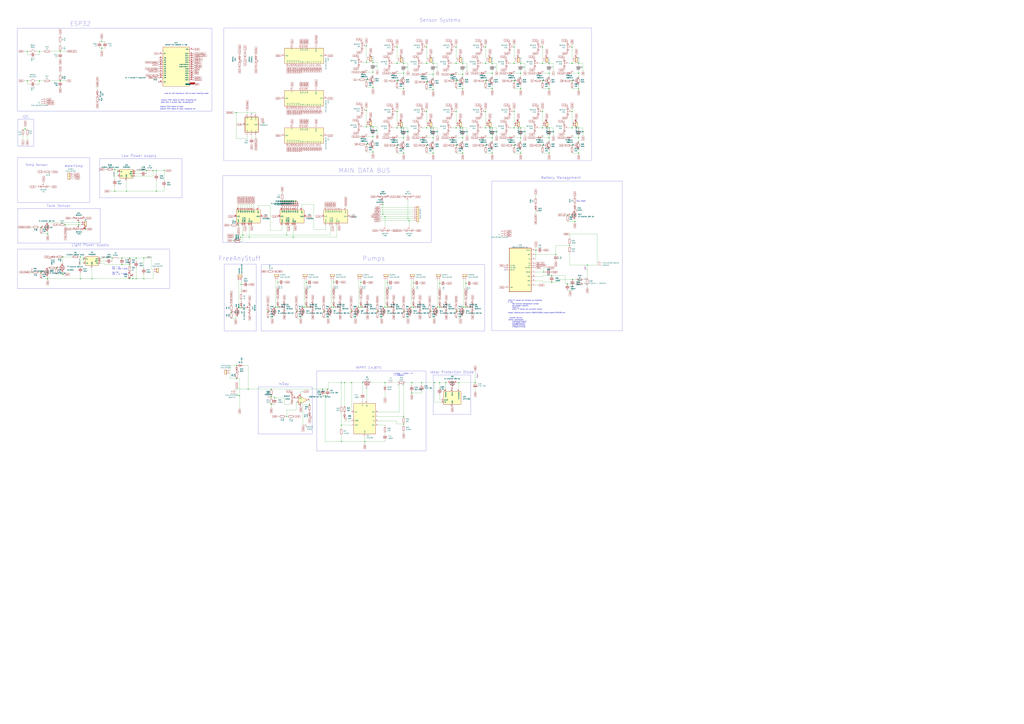
<source format=kicad_sch>
(kicad_sch
	(version 20231120)
	(generator "eeschema")
	(generator_version "8.0")
	(uuid "c26e8d55-0b6e-4c4e-b7c8-b1fed973201c")
	(paper "A0")
	(title_block
		(title "Plant Controller")
		(date "2020-12-21")
		(rev "0.4a")
		(company "C3MA")
	)
	
	(junction
		(at 278.13 459.74)
		(diameter 0)
		(color 0 0 0 0)
		(uuid "006314ff-9060-4674-a7fc-dac02fc6a66c")
	)
	(junction
		(at 314.96 461.01)
		(diameter 0)
		(color 0 0 0 0)
		(uuid "01041127-725b-4ce5-8f58-38fb3fd24a79")
	)
	(junction
		(at 667.512 257.302)
		(diameter 0)
		(color 0 0 0 0)
		(uuid "019516b6-2017-4782-b9e1-e6df47d40092")
	)
	(junction
		(at 571.5 102.87)
		(diameter 0)
		(color 0 0 0 0)
		(uuid "026b3c24-c4bc-4ca0-82cb-9b3a3781338b")
	)
	(junction
		(at 190.5 198.12)
		(diameter 0)
		(color 0 0 0 0)
		(uuid "044b370d-4a42-4fab-a8a0-78f235931201")
	)
	(junction
		(at 502.92 104.14)
		(diameter 0)
		(color 0 0 0 0)
		(uuid "05921202-6f3d-47e7-afc8-54cf16183806")
	)
	(junction
		(at 423.545 513.08)
		(diameter 0)
		(color 0 0 0 0)
		(uuid "064498dc-e504-4f86-9f3f-c7515e3a87b5")
	)
	(junction
		(at 637.54 177.8)
		(diameter 0)
		(color 0 0 0 0)
		(uuid "067aeb1c-cd17-40a2-9804-d78ecf21918c")
	)
	(junction
		(at 93.345 298.45)
		(diameter 0)
		(color 0 0 0 0)
		(uuid "06d8b90d-baa0-4504-baff-642acafdb6f4")
	)
	(junction
		(at 320.04 356.87)
		(diameter 0)
		(color 0 0 0 0)
		(uuid "09028f9d-45e1-4366-826a-88a396abe002")
	)
	(junction
		(at 671.83 177.8)
		(diameter 0)
		(color 0 0 0 0)
		(uuid "09e9f518-61d1-4fd0-86ec-2ca41f027627")
	)
	(junction
		(at 449.58 356.87)
		(diameter 0)
		(color 0 0 0 0)
		(uuid "0a372b77-1bd4-4b2a-8539-3c6b9cb168d3")
	)
	(junction
		(at 274.828 439.928)
		(diameter 0)
		(color 0 0 0 0)
		(uuid "0af1c44b-ddbf-4d31-a823-e5834c357558")
	)
	(junction
		(at 495.3 54.61)
		(diameter 0)
		(color 0 0 0 0)
		(uuid "0b9bd1bd-5d87-4203-ac6d-25f132a9d650")
	)
	(junction
		(at 664.21 168.91)
		(diameter 0)
		(color 0 0 0 0)
		(uuid "0bf93224-513b-43b0-b34e-b83cf88ace50")
	)
	(junction
		(at 31.75 59.69)
		(diameter 0)
		(color 0 0 0 0)
		(uuid "0c801748-df91-4145-83f3-9b19cb585cd0")
	)
	(junction
		(at 274.828 424.688)
		(diameter 0)
		(color 0 0 0 0)
		(uuid "0cbcfcf2-f3b3-4480-9680-29db347f36d4")
	)
	(junction
		(at 433.07 72.39)
		(diameter 0)
		(color 0 0 0 0)
		(uuid "0ebeefe8-2447-4c3c-80b1-d0d61f1efb48")
	)
	(junction
		(at 93.345 323.85)
		(diameter 0)
		(color 0 0 0 0)
		(uuid "0eea3930-0275-4c9f-97c6-e4491faf7ffd")
	)
	(junction
		(at 537.21 73.66)
		(diameter 0)
		(color 0 0 0 0)
		(uuid "0f7c9f5b-15c0-4d15-9880-73614b9dc27c")
	)
	(junction
		(at 289.56 275.59)
		(diameter 0)
		(color 0 0 0 0)
		(uuid "100d0f8b-2f86-49dd-861e-b2d9c9a4a2d9")
	)
	(junction
		(at 478.155 456.565)
		(diameter 0)
		(color 0 0 0 0)
		(uuid "136b5f16-d5fe-4c8a-8508-0e9ad86f8f43")
	)
	(junction
		(at 447.04 251.46)
		(diameter 0)
		(color 0 0 0 0)
		(uuid "14b6b14d-4e33-4c9c-a6d4-2829760e6cc4")
	)
	(junction
		(at 489.585 444.5)
		(diameter 0)
		(color 0 0 0 0)
		(uuid "15c019f7-a03b-47ae-a51c-abc73c51bd40")
	)
	(junction
		(at 563.88 54.61)
		(diameter 0)
		(color 0 0 0 0)
		(uuid "1b762162-080c-4e36-b68b-d3bd15571f83")
	)
	(junction
		(at 444.5 237.49)
		(diameter 0)
		(color 0 0 0 0)
		(uuid "1ec24ea8-049a-4547-addf-26eafaa81113")
	)
	(junction
		(at 332.74 483.87)
		(diameter 0)
		(color 0 0 0 0)
		(uuid "1ef17c59-222a-4989-aa08-3c7f869a2700")
	)
	(junction
		(at 468.63 85.09)
		(diameter 0)
		(color 0 0 0 0)
		(uuid "1f4e3c83-7f84-4013-8458-3254f2649743")
	)
	(junction
		(at 277.368 357.632)
		(diameter 0)
		(color 0 0 0 0)
		(uuid "2124662e-0101-4907-a279-d22f77f179e9")
	)
	(junction
		(at 419.1 328.168)
		(diameter 0)
		(color 0 0 0 0)
		(uuid "2125b107-250d-44b9-ae2a-63555b15b96b")
	)
	(junction
		(at 271.78 279.4)
		(diameter 0)
		(color 0 0 0 0)
		(uuid "21c9489c-b7e7-411e-8242-06cb982ccdfb")
	)
	(junction
		(at 541.02 356.87)
		(diameter 0)
		(color 0 0 0 0)
		(uuid "225164a2-0641-4a42-83a1-eb3ceb752f37")
	)
	(junction
		(at 387.35 327.914)
		(diameter 0)
		(color 0 0 0 0)
		(uuid "22b03adb-32c5-4612-9736-645d72daaf12")
	)
	(junction
		(at 510.54 444.5)
		(diameter 0)
		(color 0 0 0 0)
		(uuid "243935e2-4f6a-429d-bbc1-4327fafdf466")
	)
	(junction
		(at 425.45 92.71)
		(diameter 0)
		(color 0 0 0 0)
		(uuid "25d1ef73-18e6-4b45-b6a0-d161dc281a1c")
	)
	(junction
		(at 158.115 299.72)
		(diameter 0)
		(color 0 0 0 0)
		(uuid "27bdfd08-9fa2-4018-8386-f5f9458ea23f")
	)
	(junction
		(at 407.67 361.95)
		(diameter 0)
		(color 0 0 0 0)
		(uuid "288439ce-4d40-4524-9a56-c937c30e7f5c")
	)
	(junction
		(at 96.647 300.863)
		(diameter 0)
		(color 0 0 0 0)
		(uuid "2977a76b-3c36-4356-9c23-ef25b0e79774")
	)
	(junction
		(at 480.06 356.87)
		(diameter 0)
		(color 0 0 0 0)
		(uuid "2affe026-8dd0-4fb0-90f9-21a8fa9a4bdc")
	)
	(junction
		(at 659.257 249.682)
		(diameter 0)
		(color 0 0 0 0)
		(uuid "2e5d7e3a-d510-4703-91de-7e2ba8a4a274")
	)
	(junction
		(at 461.01 148.59)
		(diameter 0)
		(color 0 0 0 0)
		(uuid "30055c98-462c-4777-a626-cf867239e38d")
	)
	(junction
		(at 55.245 323.85)
		(diameter 0)
		(color 0 0 0 0)
		(uuid "30c447cc-ce18-498c-a30a-de1223bde459")
	)
	(junction
		(at 671.83 148.59)
		(diameter 0)
		(color 0 0 0 0)
		(uuid "31a2a121-855b-4cf9-8440-5bbee3de3f05")
	)
	(junction
		(at 433.07 83.82)
		(diameter 0)
		(color 0 0 0 0)
		(uuid "31ba5875-8927-4bfd-a4f8-3adf246769c4")
	)
	(junction
		(at 596.9 93.98)
		(diameter 0)
		(color 0 0 0 0)
		(uuid "32072a9c-d2dd-4fe3-9085-b2b6c66fab96")
	)
	(junction
		(at 65.405 311.15)
		(diameter 0)
		(color 0 0 0 0)
		(uuid "33109daa-b629-475e-bf83-217328126604")
	)
	(junction
		(at 322.58 356.87)
		(diameter 0)
		(color 0 0 0 0)
		(uuid "34e846f7-9dcf-4f40-8420-68c319584cee")
	)
	(junction
		(at 433.07 158.75)
		(diameter 0)
		(color 0 0 0 0)
		(uuid "37a79285-75dc-47b1-85e2-e9c3d074f7c7")
	)
	(junction
		(at 380.365 452.12)
		(diameter 0)
		(color 0 0 0 0)
		(uuid "394a6417-c4c4-43a0-ad22-7a964e628e7d")
	)
	(junction
		(at 571.5 73.66)
		(diameter 0)
		(color 0 0 0 0)
		(uuid "3cc3bd38-c946-4c29-a625-e712e268d838")
	)
	(junction
		(at 314.96 469.9)
		(diameter 0)
		(color 0 0 0 0)
		(uuid "3d8fb177-4b5a-4526-95fd-c4109587c044")
	)
	(junction
		(at 274.32 130.81)
		(diameter 0)
		(color 0 0 0 0)
		(uuid "3e916cc3-c4bb-4a04-9995-635a73841757")
	)
	(junction
		(at 537.21 86.36)
		(diameter 0)
		(color 0 0 0 0)
		(uuid "4120f630-88f8-4958-99c5-be8a6b4772f2")
	)
	(junction
		(at 645.414 295.783)
		(diameter 0)
		(color 0 0 0 0)
		(uuid "41246bb7-c8e2-4c38-9094-9b2d2a32bbbe")
	)
	(junction
		(at 461.01 93.98)
		(diameter 0)
		(color 0 0 0 0)
		(uuid "4126858c-c206-4bef-b39b-428bcec4deec")
	)
	(junction
		(at 508 356.87)
		(diameter 0)
		(color 0 0 0 0)
		(uuid "415b2ab4-f4dd-4fee-870b-9ba95dac6a8b")
	)
	(junction
		(at 327.66 233.68)
		(diameter 0)
		(color 0 0 0 0)
		(uuid "419f8ad9-a226-4318-8ebd-c0a4f49d7231")
	)
	(junction
		(at 571.5 148.59)
		(diameter 0)
		(color 0 0 0 0)
		(uuid "4406cfee-0ff2-44ef-a1ef-e6149581217c")
	)
	(junction
		(at 29.21 149.86)
		(diameter 0)
		(color 0 0 0 0)
		(uuid "447db467-5e2a-4cce-9c81-3e3ccb72d2ba")
	)
	(junction
		(at 69.85 59.69)
		(diameter 0)
		(color 0 0 0 0)
		(uuid "44bf766d-2222-4637-ada1-6cbff94abbf8")
	)
	(junction
		(at 150.495 323.85)
		(diameter 0)
		(color 0 0 0 0)
		(uuid "44cd3143-c150-4d17-bd07-6ba56767d7c5")
	)
	(junction
		(at 681.99 307.975)
		(diameter 0)
		(color 0 0 0 0)
		(uuid "4508e97c-f8e4-4ecb-9775-d92576a69269")
	)
	(junction
		(at 495.3 168.91)
		(diameter 0)
		(color 0 0 0 0)
		(uuid "4593d6e5-bc8e-48f0-9775-93846c33113e")
	)
	(junction
		(at 551.815 444.5)
		(diameter 0)
		(color 0 0 0 0)
		(uuid "464f670a-23da-4072-9135-c7f8cde45344")
	)
	(junction
		(at 353.06 356.87)
		(diameter 0)
		(color 0 0 0 0)
		(uuid "477944b3-0f91-44bb-99ca-1f00b91186f2")
	)
	(junction
		(at 637.54 85.09)
		(diameter 0)
		(color 0 0 0 0)
		(uuid "48fa581b-e31c-40cd-be78-2d3ece0a1d84")
	)
	(junction
		(at 461.01 54.61)
		(diameter 0)
		(color 0 0 0 0)
		(uuid "499fccfc-5e44-4fef-9ee9-4d1fdf9faa8f")
	)
	(junction
		(at 495.3 148.59)
		(diameter 0)
		(color 0 0 0 0)
		(uuid "4bdd9a73-35ba-455b-971d-29ad86479519")
	)
	(junction
		(at 344.17 361.95)
		(diameter 0)
		(color 0 0 0 0)
		(uuid "4c43d807-6025-4458-873e-b0e60bc37c3c")
	)
	(junction
		(at 330.2 233.68)
		(diameter 0)
		(color 0 0 0 0)
		(uuid "4e5f151e-8f75-40e7-b098-5c8b63522d53")
	)
	(junction
		(at 664.21 54.61)
		(diameter 0)
		(color 0 0 0 0)
		(uuid "4f51b0d3-b93c-48c1-8f94-d8097a17151c")
	)
	(junction
		(at 141.605 299.72)
		(diameter 0)
		(color 0 0 0 0)
		(uuid "4fc5b79a-48b8-4875-b2fa-ce2c0b207ed6")
	)
	(junction
		(at 433.07 176.53)
		(diameter 0)
		(color 0 0 0 0)
		(uuid "5087ffa7-63f2-46a1-b798-fd54a43209da")
	)
	(junction
		(at 419.1 356.87)
		(diameter 0)
		(color 0 0 0 0)
		(uuid "547e0024-8ca5-4fd9-9ed0-6e6fa4efe2d1")
	)
	(junction
		(at 433.07 101.6)
		(diameter 0)
		(color 0 0 0 0)
		(uuid "548c700b-f320-487b-b1e6-213ddcf734d3")
	)
	(junction
		(at 276.86 261.62)
		(diameter 0)
		(color 0 0 0 0)
		(uuid "54c228c6-a419-4461-b51c-f4689ab11c16")
	)
	(junction
		(at 480.06 328.676)
		(diameter 0)
		(color 0 0 0 0)
		(uuid "54f14d31-ee75-4d90-bbd6-d53b9269dae6")
	)
	(junction
		(at 596.9 168.91)
		(diameter 0)
		(color 0 0 0 0)
		(uuid "553fd55b-c9b0-4d42-8fea-fe608c6b3e8f")
	)
	(junction
		(at 504.19 444.5)
		(diameter 0)
		(color 0 0 0 0)
		(uuid "55707df8-1ce8-4b01-b189-1ba64f13e6d9")
	)
	(junction
		(at 447.04 444.5)
		(diameter 0)
		(color 0 0 0 0)
		(uuid "557c9344-c4f5-407c-87a3-c05772708fc7")
	)
	(junction
		(at 425.45 128.27)
		(diameter 0)
		(color 0 0 0 0)
		(uuid "56ab9f7a-a80d-45b5-9f13-38a6ae5e5a2f")
	)
	(junction
		(at 664.718 324.739)
		(diameter 0)
		(color 0 0 0 0)
		(uuid "571c9066-df12-43af-bb34-ea8f17352e33")
	)
	(junction
		(at 47.752 263.906)
		(diameter 0)
		(color 0 0 0 0)
		(uuid "5a159a05-57fa-411f-9de3-7f0e035fb745")
	)
	(junction
		(at 154.305 323.85)
		(diameter 0)
		(color 0 0 0 0)
		(uuid "5a782664-d096-4b9f-8da4-e576a5adbff8")
	)
	(junction
		(at 468.63 483.87)
		(diameter 0)
		(color 0 0 0 0)
		(uuid "5aef8b40-8452-4805-a5e4-da8d93469853")
	)
	(junction
		(at 604.52 85.09)
		(diameter 0)
		(color 0 0 0 0)
		(uuid "5db28c81-ecda-48cf-9cf5-82a4652c2d72")
	)
	(junction
		(at 596.9 73.66)
		(diameter 0)
		(color 0 0 0 0)
		(uuid "5de7b025-2047-4e98-ad34-d25039409f9e")
	)
	(junction
		(at 311.15 361.95)
		(diameter 0)
		(color 0 0 0 0)
		(uuid "5df117be-4263-48e0-a710-5721bdeecfb9")
	)
	(junction
		(at 495.3 95.25)
		(diameter 0)
		(color 0 0 0 0)
		(uuid "5ebba679-b1e7-40e7-a21c-eaac87c82160")
	)
	(junction
		(at 433.07 147.32)
		(diameter 0)
		(color 0 0 0 0)
		(uuid "5ee86e6c-9861-45ff-aaf3-b0ce155250f5")
	)
	(junction
		(at 532.765 444.5)
		(diameter 0)
		(color 0 0 0 0)
		(uuid "60684402-d96a-439d-a47a-f1940a639b1b")
	)
	(junction
		(at 637.54 73.66)
		(diameter 0)
		(color 0 0 0 0)
		(uuid "6283297a-b875-4df2-a42b-317a52403718")
	)
	(junction
		(at 133.35 222.25)
		(diameter 0)
		(color 0 0 0 0)
		(uuid "62e83d49-6450-4f8e-9161-9823cbd9fa8a")
	)
	(junction
		(at 396.24 513.08)
		(diameter 0)
		(color 0 0 0 0)
		(uuid "62e8e510-5776-41a5-b7ef-659764595cf0")
	)
	(junction
		(at 629.92 54.61)
		(diameter 0)
		(color 0 0 0 0)
		(uuid "639a9374-4baa-414a-a5c4-7e13d2852c2e")
	)
	(junction
		(at 468.63 102.87)
		(diameter 0)
		(color 0 0 0 0)
		(uuid "650b02e4-fb4a-4097-88f3-57b476d8f112")
	)
	(junction
		(at 529.59 54.61)
		(diameter 0)
		(color 0 0 0 0)
		(uuid "66f71efe-5a3b-4842-81ad-702f6a9183fb")
	)
	(junction
		(at 332.74 273.05)
		(diameter 0)
		(color 0 0 0 0)
		(uuid "68f4d8af-c27e-4056-a2a9-dbd2514de570")
	)
	(junction
		(at 664.21 93.98)
		(diameter 0)
		(color 0 0 0 0)
		(uuid "690f2dc5-5473-4546-a0f5-1e3f20786db0")
	)
	(junction
		(at 478.155 444.5)
		(diameter 0)
		(color 0 0 0 0)
		(uuid "697147b1-0224-4f54-a454-fb14851852a2")
	)
	(junction
		(at 502.92 73.66)
		(diameter 0)
		(color 0 0 0 0)
		(uuid "6b072436-9cc5-44f0-8cab-e5273772d205")
	)
	(junction
		(at 517.525 444.5)
		(diameter 0)
		(color 0 0 0 0)
		(uuid "6b9d9747-b3ff-43d2-8486-466834aa4452")
	)
	(junction
		(at 449.58 328.422)
		(diameter 0)
		(color 0 0 0 0)
		(uuid "6c849387-b46a-4c70-adb8-4a7816d1702c")
	)
	(junction
		(at 130.175 299.72)
		(diameter 0)
		(color 0 0 0 0)
		(uuid "6e8888f6-ec84-4dea-a75b-c49e51edec1e")
	)
	(junction
		(at 571.5 177.8)
		(diameter 0)
		(color 0 0 0 0)
		(uuid "6ee7607b-1843-4037-994f-9b421f85c34b")
	)
	(junction
		(at 596.9 148.59)
		(diameter 0)
		(color 0 0 0 0)
		(uuid "708152d4-5c67-4c3c-967a-78dd154354ad")
	)
	(junction
		(at 529.59 93.98)
		(diameter 0)
		(color 0 0 0 0)
		(uuid "718782ac-57c8-435b-9457-ce995955847d")
	)
	(junction
		(at 337.82 233.68)
		(diameter 0)
		(color 0 0 0 0)
		(uuid "7357611e-6eb5-4b44-a3c1-ee563f8ae0ea")
	)
	(junction
		(at 447.04 356.87)
		(diameter 0)
		(color 0 0 0 0)
		(uuid "74872d2f-df92-44ce-a737-7d0693ac46a3")
	)
	(junction
		(at 288.163 452.12)
		(diameter 0)
		(color 0 0 0 0)
		(uuid "74d5e0e4-cd91-4e01-8980-afaf347113fd")
	)
	(junction
		(at 91.44 258.572)
		(diameter 0)
		(color 0 0 0 0)
		(uuid "750169c9-8dda-4196-8b70-7629a1386317")
	)
	(junction
		(at 421.005 444.5)
		(diameter 0)
		(color 0 0 0 0)
		(uuid "792fa4db-0ff6-47c2-b282-e4d8f6701888")
	)
	(junction
		(at 637.54 102.87)
		(diameter 0)
		(color 0 0 0 0)
		(uuid "79ec289a-2f85-4055-9210-f7916fbc3d1f")
	)
	(junction
		(at 596.9 54.61)
		(diameter 0)
		(color 0 0 0 0)
		(uuid "7a5115d1-34f1-4afd-aab6-8c3f89df22ba")
	)
	(junction
		(at 671.83 160.02)
		(diameter 0)
		(color 0 0 0 0)
		(uuid "7e319f56-b85a-4463-b8f9-7ad8f5763ea8")
	)
	(junction
		(at 146.812 222.25)
		(diameter 0)
		(color 0 0 0 0)
		(uuid "7ea02348-2ae2-4ac7-a02a-9029063eb3d7")
	)
	(junction
		(at 637.54 160.02)
		(diameter 0)
		(color 0 0 0 0)
		(uuid "7eac8976-1652-4c0a-a76d-0530fe3ae3ae")
	)
	(junction
		(at 461.01 129.54)
		(diameter 0)
		(color 0 0 0 0)
		(uuid "7f0237e1-1d71-4027-86cb-d7488d6dce27")
	)
	(junction
		(at 281.94 273.05)
		(diameter 0)
		(color 0 0 0 0)
		(uuid "805ba7db-9e85-428e-9f5b-9063e8278c60")
	)
	(junction
		(at 468.63 361.95)
		(diameter 0)
		(color 0 0 0 0)
		(uuid "80f5b8a1-cdbe-4850-a609-339b8c898669")
	)
	(junction
		(at 332.74 233.68)
		(diameter 0)
		(color 0 0 0 0)
		(uuid "816c5aa3-e5b6-4ea6-a8c5-7c866e21f3cb")
	)
	(junction
		(at 473.71 254)
		(diameter 0)
		(color 0 0 0 0)
		(uuid "819a85d3-cd43-455c-8023-715c1f29dcd2")
	)
	(junction
		(at 502.92 160.02)
		(diameter 0)
		(color 0 0 0 0)
		(uuid "8239b883-7ac0-49ae-91b3-07b3826c7fe2")
	)
	(junction
		(at 73.025 298.45)
		(diameter 0)
		(color 0 0 0 0)
		(uuid "82572895-6594-489b-b5dd-a8b4d09bcb09")
	)
	(junction
		(at 177.8 198.12)
		(diameter 0)
		(color 0 0 0 0)
		(uuid "843e9870-799e-444a-a4e6-716ced5cbe43")
	)
	(junction
		(at 637.54 148.59)
		(diameter 0)
		(color 0 0 0 0)
		(uuid "89062818-c01b-4c5a-a12c-1e35d52780ff")
	)
	(junction
		(at 425.45 53.34)
		(diameter 0)
		(color 0 0 0 0)
		(uuid "89c9668d-eb10-4371-9427-2b0654758741")
	)
	(junction
		(at 400.05 444.5)
		(diameter 0)
		(color 0 0 0 0)
		(uuid "8badbd3a-472d-49c6-9995-2681ebcad861")
	)
	(junction
		(at 563.88 93.98)
		(diameter 0)
		(color 0 0 0 0)
		(uuid "8bd86f79-7f9c-4c30-9dd8-981806e53813")
	)
	(junction
		(at 671.83 102.87)
		(diameter 0)
		(color 0 0 0 0)
		(uuid "8db1d203-e627-40a1-9aa1-eb87a34a27ca")
	)
	(junction
		(at 75.946 261.112)
		(diameter 0)
		(color 0 0 0 0)
		(uuid "8dbf3f53-4dbe-4577-8253-5d3d05e20a7d")
	)
	(junction
		(at 375.92 361.95)
		(diameter 0)
		(color 0 0 0 0)
		(uuid "8ddc18df-7f6d-40fe-971f-5b7ea913cac2")
	)
	(junction
		(at 495.3 73.66)
		(diameter 0)
		(color 0 0 0 0)
		(uuid "91f51afc-74e9-4689-bf90-5b054783b568")
	)
	(junction
		(at 136.652 199.39)
		(diameter 0)
		(color 0 0 0 0)
		(uuid "9330ab14-2e88-49fc-b8ec-647acef19c05")
	)
	(junction
		(at 425.45 147.32)
		(diameter 0)
		(color 0 0 0 0)
		(uuid "93f019f6-1cb2-47ce-ad4a-b71afdbed778")
	)
	(junction
		(at 529.59 129.54)
		(diameter 0)
		(color 0 0 0 0)
		(uuid "943b67a7-896a-4d51-b5a7-cd6889520825")
	)
	(junction
		(at 571.5 160.02)
		(diameter 0)
		(color 0 0 0 0)
		(uuid "944582dc-9ad6-4270-b98c-6b7423b11410")
	)
	(junction
		(at 537.21 148.59)
		(diameter 0)
		(color 0 0 0 0)
		(uuid "957e10ff-76bd-489f-b9fe-ab1fdb884450")
	)
	(junction
		(at 340.36 233.68)
		(diameter 0)
		(color 0 0 0 0)
		(uuid "95e16490-1476-42b0-b339-2eae951bab1c")
	)
	(junction
		(at 150.495 307.34)
		(diameter 0)
		(color 0 0 0 0)
		(uuid "96f15460-13f3-4312-89f8-b71934eaedb8")
	)
	(junction
		(at 671.83 73.66)
		(diameter 0)
		(color 0 0 0 0)
		(uuid "974cb32f-b17f-415b-a3ed-4c573300644d")
	)
	(junction
		(at 106.807 323.85)
		(diameter 0)
		(color 0 0 0 0)
		(uuid "977868cb-abe1-483f-8f43-5a8a20726067")
	)
	(junction
		(at 563.88 168.91)
		(diameter 0)
		(color 0 0 0 0)
		(uuid "979d0b85-f2dc-43e5-91a2-e7e9a479ccd3")
	)
	(junction
		(at 571.5 85.09)
		(diameter 0)
		(color 0 0 0 0)
		(uuid "9b65336d-5277-4cda-9817-8d963731baca")
	)
	(junction
		(at 510.54 329.184)
		(diameter 0)
		(color 0 0 0 0)
		(uuid "a1d7e5c8-d217-457c-b56c-ecad97fd4c0e")
	)
	(junction
		(at 538.48 356.87)
		(diameter 0)
		(color 0 0 0 0)
		(uuid "a29c0663-342d-4535-aac0-b31dad8318cf")
	)
	(junction
		(at 45.72 59.69)
		(diameter 0)
		(color 0 0 0 0)
		(uuid "a3104c80-278d-416a-b409-fd08d784c6c7")
	)
	(junction
		(at 563.88 73.66)
		(diameter 0)
		(color 0 0 0 0)
		(uuid "a4f2e3e9-2f62-4ed2-91cb-96ac4bea021e")
	)
	(junction
		(at 355.6 356.87)
		(diameter 0)
		(color 0 0 0 0)
		(uuid "a685894a-983c-450f-b9c3-4d7e6d929974")
	)
	(junction
		(at 425.45 167.64)
		(diameter 0)
		(color 0 0 0 0)
		(uuid "a692c08c-551f-44a7-adb6-606c3bb62932")
	)
	(junction
		(at 167.005 323.85)
		(diameter 0)
		(color 0 0 0 0)
		(uuid "a70da482-a861-4e2f-9d2b-6183a6f0f87e")
	)
	(junction
		(at 37.084 316.23)
		(diameter 0)
		(color 0 0 0 0)
		(uuid "a757038c-5365-4452-9233-cd270451996f")
	)
	(junction
		(at 629.92 129.54)
		(diameter 0)
		(color 0 0 0 0)
		(uuid "a77abfe7-e262-4002-9648-a4dca1c184b1")
	)
	(junction
		(at 495.3 129.54)
		(diameter 0)
		(color 0 0 0 0)
		(uuid "a7ead05e-fd26-4f6a-98b1-c130e29a0605")
	)
	(junction
		(at 468.63 492.76)
		(diameter 0)
		(color 0 0 0 0)
		(uuid "a8c1d291-f95c-499f-a8f0-8d347b07d19e")
	)
	(junction
		(at 408.305 444.5)
		(diameter 0)
		(color 0 0 0 0)
		(uuid "a90e40e7-9f3e-4a7e-bc30-d292bc1ab9ed")
	)
	(junction
		(at 396.24 444.5)
		(diameter 0)
		(color 0 0 0 0)
		(uuid "a918e227-4862-4ef1-b1b4-1ecbab47421d")
	)
	(junction
		(at 529.59 168.91)
		(diameter 0)
		(color 0 0 0 0)
		(uuid "a97fc95b-6246-49f0-b0cf-bf3aa6f54de2")
	)
	(junction
		(at 99.314 266.192)
		(diameter 0)
		(color 0 0 0 0)
		(uuid "a99f2dd3-1db5-4646-bd5d-42af73cee85a")
	)
	(junction
		(at 377.825 459.74)
		(diameter 0)
		(color 0 0 0 0)
		(uuid "aa0d7669-67ff-4603-888b-7d15a03d73a6")
	)
	(junction
		(at 150.495 299.72)
		(diameter 0)
		(color 0 0 0 0)
		(uuid "aa659c87-6d9f-4a94-913b-ec00337baaa9")
	)
	(junction
		(at 537.21 160.02)
		(diameter 0)
		(color 0 0 0 0)
		(uuid "aa7470b0-25fe-426c-8e11-da1c1d924805")
	)
	(junction
		(at 141.605 307.34)
		(diameter 0)
		(color 0 0 0 0)
		(uuid "ab83cc7b-a4bb-42ce-806a-ad57b1f1f16f")
	)
	(junction
		(at 622.3 290.703)
		(diameter 0)
		(color 0 0 0 0)
		(uuid "abed498a-7286-4258-a6a3-0ad40837fa9c")
	)
	(junction
		(at 318.77 462.28)
		(diameter 0)
		(color 0 0 0 0)
		(uuid "ac18742b-0669-4417-bf96-99d1ab0ff75f")
	)
	(junction
		(at 529.59 361.95)
		(diameter 0)
		(color 0 0 0 0)
		(uuid "ac6041ae-1077-46a6-b33a-6e568b0f7d89")
	)
	(junction
		(at 355.6 328.168)
		(diameter 0)
		(color 0 0 0 0)
		(uuid "ae161ff6-e303-4db5-b037-b1f45682a4bb")
	)
	(junction
		(at 604.52 73.66)
		(diameter 0)
		(color 0 0 0 0)
		(uuid "af24c530-bace-4098-b28e-8213bb1a8743")
	)
	(junction
		(at 359.41 469.9)
		(diameter 0)
		(color 0 0 0 0)
		(uuid "b3465a47-f032-463a-8cb4-a402cd509d71")
	)
	(junction
		(at 468.63 177.8)
		(diameter 0)
		(color 0 0 0 0)
		(uuid "b88c6033-15ac-4b13-83da-7bbe1c1195dd")
	)
	(junction
		(at 502.92 177.8)
		(diameter 0)
		(color 0 0 0 0)
		(uuid "bb2d97e8-7888-40b3-ad5f-0b2ed971ec7b")
	)
	(junction
		(at 73.025 318.77)
		(diameter 0)
		(color 0 0 0 0)
		(uuid "c1341956-3e76-4b89-ab41-469a1db0015c")
	)
	(junction
		(at 510.54 356.87)
		(diameter 0)
		(color 0 0 0 0)
		(uuid "c1611925-d0ac-42a4-83ae-6844b1cb71e3")
	)
	(junction
		(at 461.01 73.66)
		(diameter 0)
		(color 0 0 0 0)
		(uuid "c1f12c77-fc36-4c4e-9402-b971f8787376")
	)
	(junction
		(at 91.44 261.112)
		(diameter 0)
		(color 0 0 0 0)
		(uuid "c2c812ed-41b4-4200-984f-e76eae1d14de")
	)
	(junction
		(at 45.72 93.98)
		(diameter 0)
		(color 0 0 0 0)
		(uuid "c39add44-ba76-41fb-8f18-28fa0366e282")
	)
	(junction
		(at 314.96 452.12)
		(diameter 0)
		(color 0 0 0 0)
		(uuid "c658b47a-3e79-4147-ac21-89a17ecf409a")
	)
	(junction
		(at 322.58 327.914)
		(diameter 0)
		(color 0 0 0 0)
		(uuid "c6d07995-bb57-4c01-9d40-c8c408016a09")
	)
	(junction
		(at 468.63 73.66)
		(diameter 0)
		(color 0 0 0 0)
		(uuid "c9bcc4dd-2e45-4814-917d-222bf96092ff")
	)
	(junction
		(at 181.61 222.25)
		(diameter 0)
		(color 0 0 0 0)
		(uuid "cac620f5-0af6-41f8-9844-d9f07ee0c129")
	)
	(junction
		(at 396.24 494.03)
		(diameter 0)
		(color 0 0 0 0)
		(uuid "caf08951-498e-42d7-836c-4ada133aecad")
	)
	(junction
		(at 279.908 330.454)
		(diameter 0)
		(color 0 0 0 0)
		(uuid "cbfbbc2e-484a-4954-8dc2-c7386c5d1301")
	)
	(junction
		(at 640.588 320.167)
		(diameter 0)
		(color 0 0 0 0)
		(uuid "cc2cd7a1-fffc-47d8-9f80-fed0488b65e2")
	)
	(junction
		(at 529.59 73.66)
		(diameter 0)
		(color 0 0 0 0)
		(uuid "cc4db2b3-7a3d-4ef2-b3b0-bc2a5b38938e")
	)
	(junction
		(at 133.35 196.85)
		(diameter 0)
		(color 0 0 0 0)
		(uuid "cc922bc0-96bd-4b17-b53a-b9b1b8fdaebf")
	)
	(junction
		(at 629.92 93.98)
		(diameter 0)
		(color 0 0 0 0)
		(uuid "ceefa2d2-00e3-4b3c-a7ad-0e8ac388ebb9")
	)
	(junction
		(at 604.52 177.8)
		(diameter 0)
		(color 0 0 0 0)
		(uuid "d001e9a1-587b-41cc-81aa-c56d8da361ee")
	)
	(junction
		(at 499.11 361.95)
		(diameter 0)
		(color 0 0 0 0)
		(uuid "d0ccfc37-9d2e-4994-b901-fab6c387aa2a")
	)
	(junction
		(at 537.21 177.8)
		(diameter 0)
		(color 0 0 0 0)
		(uuid "d1010438-7a43-4538-9e86-217bd01f8c14")
	)
	(junction
		(at 158.115 323.85)
		(diameter 0)
		(color 0 0 0 0)
		(uuid "d17c286e-9606-4cb2-902a-10021903ed9a")
	)
	(junction
		(at 671.83 85.09)
		(diameter 0)
		(color 0 0 0 0)
		(uuid "d1d52e82-91ba-48cd-b468-139b1071e8d5")
	)
	(junction
		(at 31.75 93.98)
		(diameter 0)
		(color 0 0 0 0)
		(uuid "d2b0a197-1410-44de-bdc3-e63959ff5b39")
	)
	(junction
		(at 537.21 102.87)
		(diameter 0)
		(color 0 0 0 0)
		(uuid "d2b90904-e6cb-4742-881e-0fd35570115c")
	)
	(junction
		(at 342.9 233.68)
		(diameter 0)
		(color 0 0 0 0)
		(uuid "d48d5ecb-021c-46d1-b6e1-8cccf5ad30d1")
	)
	(junction
		(at 661.416 285.115)
		(diameter 0)
		(color 0 0 0 0)
		(uuid "d5d6a42c-48b3-4a54-a79b-12276d91096b")
	)
	(junction
		(at 55.372 271.526)
		(diameter 0)
		(color 0 0 0 0)
		(uuid "d6db9766-b81b-4a66-bc0a-843f0aeb559b")
	)
	(junction
		(at 541.02 329.184)
		(diameter 0)
		(color 0 0 0 0)
		(uuid "d776c8dc-ee54-41b4-8224-e7ddbf0679dc")
	)
	(junction
		(at 640.588 327.787)
		(diameter 0)
		(color 0 0 0 0)
		(uuid "da137c69-6bb9-4555-bf7f-fd4ad6c5fd06")
	)
	(junction
		(at 438.15 361.95)
		(diameter 0)
		(color 0 0 0 0)
		(uuid "db8fa153-556e-4fc4-a8b6-63a7062d08ed")
	)
	(junction
		(at 425.45 72.39)
		(diameter 0)
		(color 0 0 0 0)
		(uuid "dc8c6e94-1eff-45c1-b92e-b1caf2f34015")
	)
	(junction
		(at 181.61 198.12)
		(diameter 0)
		(color 0 0 0 0)
		(uuid "dd5d2f91-6f31-4419-a01a-1ac3389098ab")
	)
	(junction
		(at 374.65 452.12)
		(diameter 0)
		(color 0 0 0 0)
		(uuid "dda3d65b-6f54-4ee4-b1a0-dc35f1b01992")
	)
	(junction
		(at 170.18 198.12)
		(diameter 0)
		(color 0 0 0 0)
		(uuid "de92b6a6-7a53-41cb-a051-66e1e7d1d440")
	)
	(junction
		(at 335.28 233.68)
		(diameter 0)
		(color 0 0 0 0)
		(uuid "dfafa1ec-5cf4-4609-89b7-e43a37c90c17")
	)
	(junction
		(at 529.59 148.59)
		(diameter 0)
		(color 0 0 0 0)
		(uuid "e018a52d-1f7f-43d2-9757-f2f7c2a0a9c0")
	)
	(junction
		(at 604.52 148.59)
		(diameter 0)
		(color 0 0 0 0)
		(uuid "e0334824-28a0-4a4e-ab6d-b2e5a2ed4e19")
	)
	(junction
		(at 604.52 160.02)
		(diameter 0)
		(color 0 0 0 0)
		(uuid "e03df205-b0f8-4eb0-94ac-6d108b56efdd")
	)
	(junction
		(at 664.21 73.66)
		(diameter 0)
		(color 0 0 0 0)
		(uuid "e3a79e63-e583-47fd-8a7e-9e2f377a96f0")
	)
	(junction
		(at 268.478 362.712)
		(diameter 0)
		(color 0 0 0 0)
		(uuid "e3bac401-521f-443a-951f-18f502070861")
	)
	(junction
		(at 340.36 275.59)
		(diameter 0)
		(color 0 0 0 0)
		(uuid "e464f851-f7e1-4e95-b3ff-5a5e1e06a88d")
	)
	(junction
		(at 167.005 299.72)
		(diameter 0)
		(color 0 0 0 0)
		(uuid "e48746df-7668-499a-98dc-b9ffcda2bccd")
	)
	(junction
		(at 47.625 316.23)
		(diameter 0)
		(color 0 0 0 0)
		(uuid "e4c2dbc9-3598-4718-afb3-500c7ff75445")
	)
	(junction
		(at 387.35 356.87)
		(diameter 0)
		(color 0 0 0 0)
		(uuid "e6344c4b-5e26-4315-8e1d-efd642df3581")
	)
	(junction
		(at 563.88 148.59)
		(diameter 0)
		(color 0 0 0 0)
		(uuid "e76d7a19-9315-45bb-9ea4-e65adba1a7a8")
	)
	(junction
		(at 444.5 248.92)
		(diameter 0)
		(color 0 0 0 0)
		(uuid "e86900c0-86ce-4777-88bb-4f9ecf777fc0")
	)
	(junction
		(at 629.92 168.91)
		(diameter 0)
		(color 0 0 0 0)
		(uuid "e879c254-09e3-4fcf-9f2d-28dd7d9ba433")
	)
	(junction
		(at 468.63 148.59)
		(diameter 0)
		(color 0 0 0 0)
		(uuid "e97dcb44-7b48-4f00-aba6-795f672687ba")
	)
	(junction
		(at 631.444 316.103)
		(diameter 0)
		(color 0 0 0 0)
		(uuid "ea2ed474-b80c-41c1-b8f5-085b08547d63")
	)
	(junction
		(at 658.876 329.819)
		(diameter 0)
		(color 0 0 0 0)
		(uuid "ea4d2cbb-15b1-43ba-9c85-87d68b81d9f6")
	)
	(junction
		(at 279.908 357.632)
		(diameter 0)
		(color 0 0 0 0)
		(uuid "ea81a12e-80a8-4055-a8fc-17c9562b0042")
	)
	(junction
		(at 279.4 275.59)
		(diameter 0)
		(color 0 0 0 0)
		(uuid "eb134ef6-0e32-46e8-9263-d8797dfe432d")
	)
	(junction
		(at 629.92 73.66)
		(diameter 0)
		(color 0 0 0 0)
		(uuid "ec234dbf-5504-4d77-9942-03edf134f9e0")
	)
	(junction
		(at 118.11 55.88)
		(diameter 0)
		(color 0 0 0 0)
		(uuid "eccbfa59-0c6d-47df-8d18-db1d8a427072")
	)
	(junction
		(at 69.85 93.98)
		(diameter 0)
		(color 0 0 0 0)
		(uuid "ed603a96-a752-490d-9f6b-e11a5c28a267")
	)
	(junction
		(at 629.92 148.59)
		(diameter 0)
		(color 0 0 0 0)
		(uuid "ee1a89d1-031b-4d98-a62d-973c7823ade8")
	)
	(junction
		(at 477.52 356.87)
		(diameter 0)
		(color 0 0 0 0)
		(uuid "ee4ab3a4-59f7-4db1-a482-501b9cb3788f")
	)
	(junction
		(at 474.98 256.54)
		(diameter 0)
		(color 0 0 0 0)
		(uuid "ef25ea8a-6f53-4ead-85fb-dc902e324c3a")
	)
	(junction
		(at 502.92 86.36)
		(diameter 0)
		(color 0 0 0 0)
		(uuid "efdf307e-8d67-430a-8c03-6dab3e4f4f72")
	)
	(junction
		(at 118.11 48.26)
		(diameter 0)
		(color 0 0 0 0)
		(uuid "f1a67806-2122-488a-be9e-3def99cac9b4")
	)
	(junction
		(at 468.63 160.02)
		(diameter 0)
		(color 0 0 0 0)
		(uuid "f3311c3a-ce52-435d-9996-86b7f9c1e897")
	)
	(junction
		(at 384.81 356.87)
		(diameter 0)
		(color 0 0 0 0)
		(uuid "f33c1570-2595-49f1-9ca5-56aecadb8578")
	)
	(junction
		(at 461.01 168.91)
		(diameter 0)
		(color 0 0 0 0)
		(uuid "f46f3c81-f81c-494b-940e-b2a7612a9b00")
	)
	(junction
		(at 502.92 148.59)
		(diameter 0)
		(color 0 0 0 0)
		(uuid "f97a5685-0e9a-42fc-8703-e760793b9fd0")
	)
	(junction
		(at 664.21 148.59)
		(diameter 0)
		(color 0 0 0 0)
		(uuid "fadeb8be-e293-403d-b08e-d4079f1d66c2")
	)
	(junction
		(at 596.9 129.54)
		(diameter 0)
		(color 0 0 0 0)
		(uuid "faf76a27-4651-4082-83d1-9449cc5a0db2")
	)
	(junction
		(at 664.21 129.54)
		(diameter 0)
		(color 0 0 0 0)
		(uuid "fd16341c-1c4c-4bd6-a643-9f711a9c3408")
	)
	(junction
		(at 563.88 129.54)
		(diameter 0)
		(color 0 0 0 0)
		(uuid "fd82d936-40c3-47c3-8f6b-5ed31b17a829")
	)
	(junction
		(at 604.52 102.87)
		(diameter 0)
		(color 0 0 0 0)
		(uuid "fedba8c9-8c3d-4d07-a3e2-646f50f83f6f")
	)
	(junction
		(at 416.56 356.87)
		(diameter 0)
		(color 0 0 0 0)
		(uuid "ff4c02dc-5696-44f6-8008-5806e9acfc7a")
	)
	(no_connect
		(at 586.232 313.563)
		(uuid "301f968e-2ec8-4ccb-9484-9b52fd4c2f33")
	)
	(no_connect
		(at 586.232 311.023)
		(uuid "bfbcf357-a418-4f1e-bc29-ca100b7597a9")
	)
	(no_connect
		(at 292.1 132.08)
		(uuid "dd3ce984-3983-4f09-82f2-e087fd9c0ec0")
	)
	(wire
		(pts
			(xy 26.67 157.48) (xy 26.67 162.56)
		)
		(stroke
			(width 0)
			(type default)
		)
		(uuid "003b740f-4a16-46ca-93c7-dff311fe3df9")
	)
	(wire
		(pts
			(xy 693.42 307.975) (xy 681.99 307.975)
		)
		(stroke
			(width 0)
			(type default)
		)
		(uuid "0053f506-cadc-47e6-8f90-63918ab6e01c")
	)
	(wire
		(pts
			(xy 156.972 199.39) (xy 156.972 198.12)
		)
		(stroke
			(width 0)
			(type default)
		)
		(uuid "00544d92-b95c-48ab-bded-20aed4215a84")
	)
	(wire
		(pts
			(xy 468.63 99.06) (xy 468.63 102.87)
		)
		(stroke
			(width 0)
			(type default)
		)
		(uuid "00606928-bac5-4408-a3d7-21407fadee68")
	)
	(wire
		(pts
			(xy 649.478 327.787) (xy 640.588 327.787)
		)
		(stroke
			(width 0)
			(type default)
		)
		(uuid "0138e388-dcd3-4184-8aff-8bcdb067e52f")
	)
	(wire
		(pts
			(xy 41.91 63.5) (xy 45.72 63.5)
		)
		(stroke
			(width 0)
			(type default)
		)
		(uuid "0177a789-58ee-4342-a75b-6dc9759a0292")
	)
	(wire
		(pts
			(xy 175.895 313.055) (xy 175.895 299.72)
		)
		(stroke
			(width 0)
			(type default)
		)
		(uuid "017ff145-3761-41b1-9921-b6b9c4d34ef1")
	)
	(wire
		(pts
			(xy 438.15 81.28) (xy 438.15 72.39)
		)
		(stroke
			(width 0)
			(type default)
		)
		(uuid "01857332-fc13-4684-bb70-f9eee886c3a0")
	)
	(wire
		(pts
			(xy 510.54 329.184) (xy 510.54 334.01)
		)
		(stroke
			(width 0)
			(type default)
		)
		(uuid "019c3cdc-6669-4649-94f3-4ae853aeb18a")
	)
	(wire
		(pts
			(xy 604.52 173.99) (xy 604.52 177.8)
		)
		(stroke
			(width 0)
			(type default)
		)
		(uuid "01eb084a-fac6-4933-81d9-7496a9d7ebe6")
	)
	(wire
		(pts
			(xy 381 444.5) (xy 381 452.12)
		)
		(stroke
			(width 0)
			(type default)
		)
		(uuid "0209f908-9ab2-4859-bfcd-be82dd453d27")
	)
	(wire
		(pts
			(xy 55.372 258.572) (xy 91.44 258.572)
		)
		(stroke
			(width 0)
			(type default)
		)
		(uuid "02ba64d9-e763-4d47-978e-74978085583f")
	)
	(wire
		(pts
			(xy 314.96 469.9) (xy 314.96 473.71)
		)
		(stroke
			(width 0)
			(type default)
		)
		(uuid "02d9f525-81dc-4358-a721-5c3e828397c8")
	)
	(wire
		(pts
			(xy 381 367.03) (xy 381 369.57)
		)
		(stroke
			(width 0)
			(type default)
		)
		(uuid "0404e42b-a8e3-46d1-bd78-a03d3bf9ef75")
	)
	(wire
		(pts
			(xy 571.5 157.48) (xy 571.5 160.02)
		)
		(stroke
			(width 0)
			(type default)
		)
		(uuid "043cb6ff-a5c8-4fbb-82cf-aefb30c6af7f")
	)
	(wire
		(pts
			(xy 502.92 148.59) (xy 502.92 149.86)
		)
		(stroke
			(width 0)
			(type default)
		)
		(uuid "0476c96d-84c7-40c6-a537-1e276919c966")
	)
	(wire
		(pts
			(xy 322.58 325.12) (xy 322.58 327.914)
		)
		(stroke
			(width 0)
			(type default)
		)
		(uuid "0493a217-294f-4dbb-9ddb-266a136d82bf")
	)
	(wire
		(pts
			(xy 267.208 424.688) (xy 274.828 424.688)
		)
		(stroke
			(width 0)
			(type default)
		)
		(uuid "0528c3df-8906-4063-94f0-6f2c8cf50025")
	)
	(wire
		(pts
			(xy 441.96 254) (xy 473.71 254)
		)
		(stroke
			(width 0)
			(type default)
		)
		(uuid "060df674-6c99-455c-90bc-a6a9efc03924")
	)
	(wire
		(pts
			(xy 537.21 367.03) (xy 534.67 367.03)
		)
		(stroke
			(width 0)
			(type default)
		)
		(uuid "064a38e2-3216-4113-a380-67f38427a639")
	)
	(wire
		(pts
			(xy 408.305 478.79) (xy 408.305 444.5)
		)
		(stroke
			(width 0)
			(type default)
		)
		(uuid "06aab875-7c24-44e0-af16-3ef5b38c789f")
	)
	(wire
		(pts
			(xy 177.8 323.85) (xy 177.8 315.595)
		)
		(stroke
			(width 0)
			(type default)
		)
		(uuid "0707b3d1-d988-44db-8586-ffdfd16b4e1a")
	)
	(wire
		(pts
			(xy 190.5 198.12) (xy 190.5 209.55)
		)
		(stroke
			(width 0)
			(type default)
		)
		(uuid "073a5a3e-ce2a-4308-9d5f-8e5083d6900a")
	)
	(wire
		(pts
			(xy 468.63 102.87) (xy 468.63 104.14)
		)
		(stroke
			(width 0)
			(type default)
		)
		(uuid "0802fcfa-31f6-4de3-837d-50a67ccd2733")
	)
	(wire
		(pts
			(xy 449.58 356.87) (xy 447.04 356.87)
		)
		(stroke
			(width 0)
			(type default)
		)
		(uuid "084fded9-cfee-400e-9325-0f602e45de35")
	)
	(wire
		(pts
			(xy 468.63 73.66) (xy 461.01 73.66)
		)
		(stroke
			(width 0)
			(type default)
		)
		(uuid "086d707f-71ed-4ce7-ae50-77e1a1bb4743")
	)
	(wire
		(pts
			(xy 426.085 452.12) (xy 426.085 466.09)
		)
		(stroke
			(width 0)
			(type default)
		)
		(uuid "0a41d184-a92a-423a-a1ed-8403bc262715")
	)
	(wire
		(pts
			(xy 529.59 360.68) (xy 529.59 361.95)
		)
		(stroke
			(width 0)
			(type default)
		)
		(uuid "0b0ca2cc-5b1f-45a8-87ce-17db11d51839")
	)
	(wire
		(pts
			(xy 576.58 73.66) (xy 571.5 73.66)
		)
		(stroke
			(width 0)
			(type default)
		)
		(uuid "0bfb4148-db3c-4ac8-b372-638382bf488e")
	)
	(wire
		(pts
			(xy 154.305 323.85) (xy 158.115 323.85)
		)
		(stroke
			(width 0)
			(type default)
		)
		(uuid "0c38d0d8-b4f2-443e-af1f-eea7d894e6db")
	)
	(wire
		(pts
			(xy 671.83 148.59) (xy 664.21 148.59)
		)
		(stroke
			(width 0)
			(type default)
		)
		(uuid "0c88fde5-da71-472a-8f1d-0375025b916d")
	)
	(wire
		(pts
			(xy 473.71 148.59) (xy 468.63 148.59)
		)
		(stroke
			(width 0)
			(type default)
		)
		(uuid "0c904f6f-bf4f-422a-a5de-15ea8badc359")
	)
	(wire
		(pts
			(xy 528.32 93.98) (xy 529.59 93.98)
		)
		(stroke
			(width 0)
			(type default)
		)
		(uuid "0d6bafbb-6da8-4db3-8cb2-2d07dbc1f80c")
	)
	(wire
		(pts
			(xy 630.428 321.183) (xy 621.792 321.183)
		)
		(stroke
			(width 0)
			(type default)
		)
		(uuid "0d6c20ce-9cac-49ba-a22d-21974c44b4a4")
	)
	(wire
		(pts
			(xy 468.63 173.99) (xy 468.63 177.8)
		)
		(stroke
			(width 0)
			(type default)
		)
		(uuid "0de4fa0b-b6e3-42c1-a7b0-e2e7921e8012")
	)
	(wire
		(pts
			(xy 631.444 316.103) (xy 633.095 316.103)
		)
		(stroke
			(width 0)
			(type default)
		)
		(uuid "0e8314bb-7945-4b0a-a0ae-c2098f514198")
	)
	(wire
		(pts
			(xy 532.765 444.5) (xy 532.765 452.12)
		)
		(stroke
			(width 0)
			(type default)
		)
		(uuid "0eaa1397-d5f3-4146-853a-480b80af26af")
	)
	(wire
		(pts
			(xy 55.245 323.85) (xy 93.345 323.85)
		)
		(stroke
			(width 0)
			(type default)
		)
		(uuid "0eb9dc12-a443-4a66-a7f6-19cd17c4e3f4")
	)
	(wire
		(pts
			(xy 664.21 146.05) (xy 664.21 148.59)
		)
		(stroke
			(width 0)
			(type default)
		)
		(uuid "0ee90775-6921-419c-b110-dfc80b7dc670")
	)
	(wire
		(pts
			(xy 676.91 324.739) (xy 678.18 324.739)
		)
		(stroke
			(width 0)
			(type default)
		)
		(uuid "0ef98f37-f666-4edd-adc6-2b452cc2fddd")
	)
	(wire
		(pts
			(xy 676.91 82.55) (xy 676.91 73.66)
		)
		(stroke
			(width 0)
			(type default)
		)
		(uuid "0f5baf41-5991-439e-91c6-c8d5e1c9548d")
	)
	(wire
		(pts
			(xy 167.005 318.77) (xy 167.005 323.85)
		)
		(stroke
			(width 0)
			(type default)
		)
		(uuid "0fe4f881-4955-4cd0-aff7-2d7b488e293f")
	)
	(wire
		(pts
			(xy 537.21 148.59) (xy 529.59 148.59)
		)
		(stroke
			(width 0)
			(type default)
		)
		(uuid "102bb86c-7978-4041-87a5-5b198f7ab78d")
	)
	(wire
		(pts
			(xy 637.54 99.06) (xy 637.54 102.87)
		)
		(stroke
			(width 0)
			(type default)
		)
		(uuid "1057b6ad-ce5c-42d3-8ba1-d22793d47382")
	)
	(wire
		(pts
			(xy 106.807 323.85) (xy 106.807 311.023)
		)
		(stroke
			(width 0)
			(type default)
		)
		(uuid "10f2d3f2-7228-401e-81f4-409d093205d1")
	)
	(wire
		(pts
			(xy 658.114 249.682) (xy 659.257 249.682)
		)
		(stroke
			(width 0)
			(type default)
		)
		(uuid "1172bd3d-97c1-4ab1-bacc-e3e40d049877")
	)
	(wire
		(pts
			(xy 473.71 254) (xy 480.06 254)
		)
		(stroke
			(width 0)
			(type default)
		)
		(uuid "11eaf6c9-3903-4fd2-bae9-169cb5b432f4")
	)
	(wire
		(pts
			(xy 421.005 444.5) (xy 421.005 456.565)
		)
		(stroke
			(width 0)
			(type default)
		)
		(uuid "11fcb7a2-4722-4e65-bbb7-34261f7450cb")
	)
	(wire
		(pts
			(xy 676.91 73.66) (xy 671.83 73.66)
		)
		(stroke
			(width 0)
			(type default)
		)
		(uuid "121cad29-6625-4630-8e2f-e0133815049d")
	)
	(wire
		(pts
			(xy 661.416 307.975) (xy 681.99 307.975)
		)
		(stroke
			(width 0)
			(type default)
		)
		(uuid "12de7949-ae3c-4544-9587-c79e11830b5b")
	)
	(wire
		(pts
			(xy 528.32 168.91) (xy 529.59 168.91)
		)
		(stroke
			(width 0)
			(type default)
		)
		(uuid "1330e4f4-5c83-4733-8478-4bb3395b6583")
	)
	(wire
		(pts
			(xy 637.54 177.8) (xy 637.54 179.07)
		)
		(stroke
			(width 0)
			(type default)
		)
		(uuid "137ee87c-6003-4805-bdab-e093f4b16e4b")
	)
	(wire
		(pts
			(xy 468.63 360.68) (xy 468.63 361.95)
		)
		(stroke
			(width 0)
			(type default)
		)
		(uuid "14243c4c-5859-4c53-8bc7-a7f574a3e6ea")
	)
	(wire
		(pts
			(xy 387.35 327.914) (xy 387.35 332.74)
		)
		(stroke
			(width 0)
			(type default)
		)
		(uuid "145d7c29-86b5-4096-8cd2-829e11acb6dd")
	)
	(wire
		(pts
			(xy 629.92 85.09) (xy 637.54 85.09)
		)
		(stroke
			(width 0)
			(type default)
		)
		(uuid "151782c2-0a57-484c-a3ed-91621c6d2efb")
	)
	(wire
		(pts
			(xy 383.54 261.62) (xy 383.54 273.05)
		)
		(stroke
			(width 0)
			(type default)
		)
		(uuid "151ec8a6-6b4b-446c-b1c4-0ad8fa8e5267")
	)
	(wire
		(pts
			(xy 461.01 102.87) (xy 468.63 102.87)
		)
		(stroke
			(width 0)
			(type default)
		)
		(uuid "152bd798-bb41-4b0a-9bab-cca3e233a310")
	)
	(wire
		(pts
			(xy 495.3 86.36) (xy 502.92 86.36)
		)
		(stroke
			(width 0)
			(type default)
		)
		(uuid "15af01a4-7363-43c2-898d-32d02445b190")
	)
	(wire
		(pts
			(xy 313.69 238.76) (xy 313.69 267.97)
		)
		(stroke
			(width 0)
			(type default)
		)
		(uuid "1643dc17-67a4-4276-b906-8e110b5a4db1")
	)
	(wire
		(pts
			(xy 121.285 305.943) (xy 121.285 307.34)
		)
		(stroke
			(width 0)
			(type default)
		)
		(uuid "1662880d-510e-44c1-8b04-8959570bc69c")
	)
	(wire
		(pts
			(xy 661.416 271.907) (xy 661.416 276.479)
		)
		(stroke
			(width 0)
			(type default)
		)
		(uuid "16cae2cd-9a45-44cc-bca6-489fce91e94c")
	)
	(wire
		(pts
			(xy 461.01 177.8) (xy 468.63 177.8)
		)
		(stroke
			(width 0)
			(type default)
		)
		(uuid "17232334-77b9-4b10-a352-572c64803161")
	)
	(wire
		(pts
			(xy 281.94 237.49) (xy 281.94 241.3)
		)
		(stroke
			(width 0)
			(type default)
		)
		(uuid "172d4fd8-7bff-429c-abc2-cadbc760d3c0")
	)
	(wire
		(pts
			(xy 595.63 93.98) (xy 596.9 93.98)
		)
		(stroke
			(width 0)
			(type default)
		)
		(uuid "173912b7-80ac-42ee-ac3a-e24169cc1c0c")
	)
	(wire
		(pts
			(xy 447.04 444.5) (xy 447.04 447.675)
		)
		(stroke
			(width 0)
			(type default)
		)
		(uuid "174baa3f-15cc-4d6b-a8a7-81ac7f1c086b")
	)
	(wire
		(pts
			(xy 441.96 251.46) (xy 447.04 251.46)
		)
		(stroke
			(width 0)
			(type default)
		)
		(uuid "17d06448-1b30-4930-9792-0def7c880cc4")
	)
	(wire
		(pts
			(xy 478.155 444.5) (xy 471.17 444.5)
		)
		(stroke
			(width 0)
			(type default)
		)
		(uuid "1a27428f-f9e8-4cb1-ac92-6d01825ad822")
	)
	(wire
		(pts
			(xy 476.25 367.03) (xy 473.71 367.03)
		)
		(stroke
			(width 0)
			(type default)
		)
		(uuid "1a42552e-26df-4cc9-8b77-e0263dfe1f2b")
	)
	(wire
		(pts
			(xy 118.11 55.88) (xy 118.11 58.42)
		)
		(stroke
			(width 0)
			(type default)
		)
		(uuid "1ab70c7f-b32b-445d-9855-6db940558137")
	)
	(wire
		(pts
			(xy 383.54 367.03) (xy 381 367.03)
		)
		(stroke
			(width 0)
			(type default)
		)
		(uuid "1ac57f67-5331-4ab5-8e31-a0bea0b41fcb")
	)
	(wire
		(pts
			(xy 275.59 261.62) (xy 276.86 261.62)
		)
		(stroke
			(width 0)
			(type default)
		)
		(uuid "1af34761-dc49-4d18-bbf4-1492f4cc1d8d")
	)
	(wire
		(pts
			(xy 671.83 173.99) (xy 671.83 177.8)
		)
		(stroke
			(width 0)
			(type default)
		)
		(uuid "1b0cd9f2-1322-4424-ad84-3ada63576068")
	)
	(wire
		(pts
			(xy 364.49 237.49) (xy 364.49 266.7)
		)
		(stroke
			(width 0)
			(type default)
		)
		(uuid "1b13bf45-f7bf-409c-89e7-2d94b10b9f05")
	)
	(wire
		(pts
			(xy 375.92 360.68) (xy 375.92 361.95)
		)
		(stroke
			(width 0)
			(type default)
		)
		(uuid "1b625d5a-479b-41b9-a3a8-47ae6c7f29d3")
	)
	(wire
		(pts
			(xy 337.82 233.68) (xy 340.36 233.68)
		)
		(stroke
			(width 0)
			(type default)
		)
		(uuid "1c82722a-9caa-42ac-af8c-0e1c7f2759cb")
	)
	(wire
		(pts
			(xy 433.07 147.32) (xy 425.45 147.32)
		)
		(stroke
			(width 0)
			(type default)
		)
		(uuid "1c8f115f-7903-4b5b-b011-973cfcdd63b9")
	)
	(wire
		(pts
			(xy 396.24 444.5) (xy 400.05 444.5)
		)
		(stroke
			(width 0)
			(type default)
		)
		(uuid "1c9083a6-61da-4efe-9171-1328453ec2d4")
	)
	(wire
		(pts
			(xy 43.18 59.69) (xy 45.72 59.69)
		)
		(stroke
			(width 0)
			(type default)
		)
		(uuid "1ca63fb6-baf6-4191-bb5e-78a70eea690f")
	)
	(wire
		(pts
			(xy 495.3 71.12) (xy 495.3 73.66)
		)
		(stroke
			(width 0)
			(type default)
		)
		(uuid "1dbbfbff-1290-4932-a4dd-1fda4eab15f4")
	)
	(wire
		(pts
			(xy 447.04 455.295) (xy 447.04 461.645)
		)
		(stroke
			(width 0)
			(type default)
		)
		(uuid "1e2552d9-9724-4da3-b053-9bbfc1f61075")
	)
	(wire
		(pts
			(xy 133.35 196.85) (xy 136.652 196.85)
		)
		(stroke
			(width 0)
			(type default)
		)
		(uuid "1e9e6f78-f74a-4312-9046-e9429cce41e3")
	)
	(wire
		(pts
			(xy 93.345 317.5) (xy 93.345 323.85)
		)
		(stroke
			(width 0)
			(type default)
		)
		(uuid "1f544439-62d6-4fe2-b870-134219dddadd")
	)
	(wire
		(pts
			(xy 322.58 356.87) (xy 325.12 356.87)
		)
		(stroke
			(width 0)
			(type default)
		)
		(uuid "1fd115d1-16d6-4324-bc7d-4089b4d55531")
	)
	(wire
		(pts
			(xy 177.8 198.12) (xy 181.61 198.12)
		)
		(stroke
			(width 0)
			(type default)
		)
		(uuid "20166631-ceea-4df6-aaa0-7b9dea7af3a7")
	)
	(wire
		(pts
			(xy 274.828 439.928) (xy 278.13 439.928)
		)
		(stroke
			(width 0)
			(type default)
		)
		(uuid "205e8036-9f1a-404c-8793-d132fc496e1f")
	)
	(wire
		(pts
			(xy 664.21 129.54) (xy 664.21 143.51)
		)
		(stroke
			(width 0)
			(type default)
		)
		(uuid "205ed14b-43e3-47ce-a705-b7ffe767a3bd")
	)
	(wire
		(pts
			(xy 423.545 506.73) (xy 423.545 513.08)
		)
		(stroke
			(width 0)
			(type default)
		)
		(uuid "20e05776-bb36-45f6-879c-6b48515ed676")
	)
	(wire
		(pts
			(xy 69.85 93.98) (xy 77.47 93.98)
		)
		(stroke
			(width 0)
			(type default)
		)
		(uuid "21cbfe94-5ca9-4e05-91f8-af8286db52f0")
	)
	(wire
		(pts
			(xy 664.21 102.87) (xy 671.83 102.87)
		)
		(stroke
			(width 0)
			(type default)
		)
		(uuid "21db64db-ae25-4ed4-ba6c-454a1ec3a9d6")
	)
	(wire
		(pts
			(xy 190.5 198.12) (xy 191.77 198.12)
		)
		(stroke
			(width 0)
			(type default)
		)
		(uuid "21fd04de-04fd-44fe-ac95-32032975b306")
	)
	(wire
		(pts
			(xy 387.35 356.87) (xy 384.81 356.87)
		)
		(stroke
			(width 0)
			(type default)
		)
		(uuid "225727fe-ab8d-4bd3-a8f2-eff094aded6f")
	)
	(wire
		(pts
			(xy 374.65 459.74) (xy 377.825 459.74)
		)
		(stroke
			(width 0)
			(type default)
		)
		(uuid "22f2b876-d648-4df6-8c01-01d9cb0b034b")
	)
	(wire
		(pts
			(xy 292.1 237.49) (xy 292.1 241.3)
		)
		(stroke
			(width 0)
			(type default)
		)
		(uuid "230e594e-e0f6-43f8-8ace-db2210d8351b")
	)
	(wire
		(pts
			(xy 537.21 157.48) (xy 537.21 160.02)
		)
		(stroke
			(width 0)
			(type default)
		)
		(uuid "2316d707-ce66-4d1a-846a-eb69097f246c")
	)
	(wire
		(pts
			(xy 537.21 102.87) (xy 537.21 104.14)
		)
		(stroke
			(width 0)
			(type default)
		)
		(uuid "235bcce2-6e32-4425-8196-88bc6a915ec2")
	)
	(wire
		(pts
			(xy 495.3 95.25) (xy 495.3 96.52)
		)
		(stroke
			(width 0)
			(type default)
		)
		(uuid "23a816c4-aa67-4190-92d9-7f2d3232ae8b")
	)
	(wire
		(pts
			(xy 525.78 73.66) (xy 529.59 73.66)
		)
		(stroke
			(width 0)
			(type default)
		)
		(uuid "23c499f6-fe75-4947-8780-43eea5e19e25")
	)
	(wire
		(pts
			(xy 508 82.55) (xy 508 73.66)
		)
		(stroke
			(width 0)
			(type default)
		)
		(uuid "23cff2fb-8187-4cf3-bea1-337da657f53b")
	)
	(wire
		(pts
			(xy 629.92 160.02) (xy 637.54 160.02)
		)
		(stroke
			(width 0)
			(type default)
		)
		(uuid "23e538ae-4a63-4b33-b94c-b67af73b964a")
	)
	(wire
		(pts
			(xy 271.78 279.4) (xy 271.78 280.67)
		)
		(stroke
			(width 0)
			(type default)
		)
		(uuid "23e8c9c3-93be-44ca-8fad-c83dd18ac0c8")
	)
	(wire
		(pts
			(xy 461.01 85.09) (xy 468.63 85.09)
		)
		(stroke
			(width 0)
			(type default)
		)
		(uuid "24c4606f-d712-406d-a075-9652f35da616")
	)
	(wire
		(pts
			(xy 177.8 313.055) (xy 175.895 313.055)
		)
		(stroke
			(width 0)
			(type default)
		)
		(uuid "24d5a1d7-eab1-4fdc-880c-67b29d5ed8be")
	)
	(wire
		(pts
			(xy 150.495 299.72) (xy 158.115 299.72)
		)
		(stroke
			(width 0)
			(type default)
		)
		(uuid "24d698b3-98c5-4867-9cd4-848fd9dc13e0")
	)
	(wire
		(pts
			(xy 504.19 444.5) (xy 510.54 444.5)
		)
		(stroke
			(width 0)
			(type default)
		)
		(uuid "24fcaa02-4bb9-49a9-b62f-591045295a2c")
	)
	(wire
		(pts
			(xy 408.305 444.5) (xy 421.005 444.5)
		)
		(stroke
			(width 0)
			(type default)
		)
		(uuid "25300427-d889-42f1-80d7-8665ba50c0cd")
	)
	(wire
		(pts
			(xy 424.18 167.64) (xy 425.45 167.64)
		)
		(stroke
			(width 0)
			(type default)
		)
		(uuid "25f9db5c-9445-4797-88f6-2bad873397a7")
	)
	(wire
		(pts
			(xy 55.245 323.85) (xy 55.245 325.12)
		)
		(stroke
			(width 0)
			(type default)
		)
		(uuid "2603baa1-4d89-428c-a8d6-5ac49f2c7ccc")
	)
	(wire
		(pts
			(xy 26.67 149.86) (xy 29.21 149.86)
		)
		(stroke
			(width 0)
			(type default)
		)
		(uuid "268996a4-bb7b-4591-b8fb-c8c860dffe7f")
	)
	(wire
		(pts
			(xy 314.96 461.01) (xy 318.77 461.01)
		)
		(stroke
			(width 0)
			(type default)
		)
		(uuid "27176ca7-59c0-40ba-b5f4-c0bd8b3e84f0")
	)
	(wire
		(pts
			(xy 449.58 348.488) (xy 449.58 349.25)
		)
		(stroke
			(width 0)
			(type default)
		)
		(uuid "2719a208-92b7-4d43-bef1-5fdf531dcc2b")
	)
	(wire
		(pts
			(xy 645.414 295.783) (xy 645.414 285.115)
		)
		(stroke
			(width 0)
			(type default)
		)
		(uuid "2737c084-c7a7-439b-8a6a-673cac2b0e9a")
	)
	(wire
		(pts
			(xy 604.52 82.55) (xy 604.52 85.09)
		)
		(stroke
			(width 0)
			(type default)
		)
		(uuid "276c3727-2bbe-4fbc-9605-8c7d0d5f32e3")
	)
	(wire
		(pts
			(xy 495.3 168.91) (xy 495.3 170.18)
		)
		(stroke
			(width 0)
			(type default)
		)
		(uuid "2777a3c2-c262-4099-a48a-06dc6a51d948")
	)
	(wire
		(pts
			(xy 664.718 337.439) (xy 658.876 337.439)
		)
		(stroke
			(width 0)
			(type default)
		)
		(uuid "277af1d4-b433-4bd2-b1ac-77892b85d487")
	)
	(wire
		(pts
			(xy 267.208 431.038) (xy 267.208 424.688)
		)
		(stroke
			(width 0)
			(type default)
		)
		(uuid "27d81ffc-e2d5-43d3-90f3-9651041cc0bd")
	)
	(wire
		(pts
			(xy 563.88 127) (xy 563.88 129.54)
		)
		(stroke
			(width 0)
			(type default)
		)
		(uuid "27e178fa-909b-451d-ad02-b3b14540750d")
	)
	(wire
		(pts
			(xy 517.525 444.5) (xy 517.525 452.12)
		)
		(stroke
			(width 0)
			(type default)
		)
		(uuid "28530000-eddc-4c34-9554-b2015ae06c60")
	)
	(wire
		(pts
			(xy 537.21 177.8) (xy 537.21 179.07)
		)
		(stroke
			(width 0)
			(type default)
		)
		(uuid "285c293f-0de1-44ca-bff9-90ed0b00a5d0")
	)
	(wire
		(pts
			(xy 444.5 248.92) (xy 480.06 248.92)
		)
		(stroke
			(width 0)
			(type default)
		)
		(uuid "294bf675-c75c-4db5-9d93-669f658dc6d1")
	)
	(wire
		(pts
			(xy 596.9 71.12) (xy 596.9 73.66)
		)
		(stroke
			(width 0)
			(type default)
		)
		(uuid "298d6f51-ec0a-4dc8-9f47-a95341226093")
	)
	(wire
		(pts
			(xy 667.512 254.762) (xy 667.512 257.302)
		)
		(stroke
			(width 0)
			(type default)
		)
		(uuid "29a1602d-a9bd-43b0-b15e-014a740da3fc")
	)
	(wire
		(pts
			(xy 537.21 160.02) (xy 537.21 163.83)
		)
		(stroke
			(width 0)
			(type default)
		)
		(uuid "29f03336-b559-40e8-b519-0fa2e342363c")
	)
	(wire
		(pts
			(xy 355.6 325.12) (xy 355.6 328.168)
		)
		(stroke
			(width 0)
			(type default)
		)
		(uuid "29f83e3d-edca-449e-ac06-16627823963f")
	)
	(wire
		(pts
			(xy 468.63 157.48) (xy 468.63 160.02)
		)
		(stroke
			(width 0)
			(type default)
		)
		(uuid "2be0bf74-7579-4aa2-bb56-e51046929f74")
	)
	(wire
		(pts
			(xy 433.07 97.79) (xy 433.07 101.6)
		)
		(stroke
			(width 0)
			(type default)
		)
		(uuid "2d5fcad7-d12b-4207-8f51-e8a4865439d2")
	)
	(wire
		(pts
			(xy 551.815 454.787) (xy 551.815 452.12)
		)
		(stroke
			(width 0)
			(type default)
		)
		(uuid "2d7b2eb8-5f41-4420-a36e-05c42c73ab1e")
	)
	(wire
		(pts
			(xy 637.54 102.87) (xy 637.54 104.14)
		)
		(stroke
			(width 0)
			(type default)
		)
		(uuid "2d8fe3e2-5e2d-4429-8d23-53361cec5117")
	)
	(wire
		(pts
			(xy 637.54 82.55) (xy 637.54 85.09)
		)
		(stroke
			(width 0)
			(type default)
		)
		(uuid "2dac346e-ddeb-41c8-bc81-0507dbd836c4")
	)
	(wire
		(pts
			(xy 93.345 323.85) (xy 106.807 323.85)
		)
		(stroke
			(width 0)
			(type default)
		)
		(uuid "2e1f4fd6-4e38-44f8-a430-3e311b1357c3")
	)
	(wire
		(pts
			(xy 571.5 173.99) (xy 571.5 177.8)
		)
		(stroke
			(width 0)
			(type default)
		)
		(uuid "2e93af14-1e07-49b3-aaa5-2b361c6996b7")
	)
	(wire
		(pts
			(xy 447.04 494.03) (xy 447.04 495.3)
		)
		(stroke
			(width 0)
			(type default)
		)
		(uuid "2edec9f4-38fb-4b9d-8161-fd37b6066865")
	)
	(wire
		(pts
			(xy 156.972 198.12) (xy 170.18 198.12)
		)
		(stroke
			(width 0)
			(type default)
		)
		(uuid "2f0e34dc-23a1-4343-99fe-934ebcfe6876")
	)
	(wire
		(pts
			(xy 563.88 160.02) (xy 571.5 160.02)
		)
		(stroke
			(width 0)
			(type default)
		)
		(uuid "2fbcb8db-1e6b-48dd-ae2b-4db7e99ff621")
	)
	(wire
		(pts
			(xy 661.416 285.115) (xy 661.416 284.099)
		)
		(stroke
			(width 0)
			(type default)
		)
		(uuid "307e9725-da03-4e03-bf6c-d32b4f49e460")
	)
	(wire
		(pts
			(xy 495.3 127) (xy 495.3 129.54)
		)
		(stroke
			(width 0)
			(type default)
		)
		(uuid "308e0fbd-1090-4292-b1f8-e4a3846fc20b")
	)
	(wire
		(pts
			(xy 534.67 369.57) (xy 529.59 369.57)
		)
		(stroke
			(width 0)
			(type default)
		)
		(uuid "31053fbe-5a8d-4384-8e5d-1475344e549a")
	)
	(wire
		(pts
			(xy 93.345 298.45) (xy 96.647 298.45)
		)
		(stroke
			(width 0)
			(type default)
		)
		(uuid "3109d7b5-1927-4c15-98f6-fb1b878310bd")
	)
	(wire
		(pts
			(xy 463.55 478.79) (xy 438.785 478.79)
		)
		(stroke
			(width 0)
			(type default)
		)
		(uuid "31390281-48bb-44f1-a867-ce67726b009c")
	)
	(wire
		(pts
			(xy 529.59 160.02) (xy 537.21 160.02)
		)
		(stroke
			(width 0)
			(type default)
		)
		(uuid "313996a9-629c-45d5-93a2-6009fb02d740")
	)
	(wire
		(pts
			(xy 510.54 356.87) (xy 508 356.87)
		)
		(stroke
			(width 0)
			(type default)
		)
		(uuid "315b9eab-2c7c-4a24-82d4-24b58aa2faf3")
	)
	(wire
		(pts
			(xy 495.3 177.8) (xy 502.92 177.8)
		)
		(stroke
			(width 0)
			(type default)
		)
		(uuid "3164a23b-ed00-4d8c-ab18-da65e4948408")
	)
	(wire
		(pts
			(xy 34.29 97.79) (xy 31.75 97.79)
		)
		(stroke
			(width 0)
			(type default)
		)
		(uuid "31699884-19e8-4f5a-acb0-7aab16d601da")
	)
	(wire
		(pts
			(xy 480.06 328.676) (xy 480.06 333.502)
		)
		(stroke
			(width 0)
			(type default)
		)
		(uuid "3183b85b-995c-45aa-b02c-fb08b271598c")
	)
	(wire
		(pts
			(xy 45.72 63.5) (xy 45.72 59.69)
		)
		(stroke
			(width 0)
			(type default)
		)
		(uuid "31bf5f35-13b7-4fbb-8116-6685511be1f0")
	)
	(wire
		(pts
			(xy 438.15 360.68) (xy 438.15 361.95)
		)
		(stroke
			(width 0)
			(type default)
		)
		(uuid "31c5ee72-e36b-4ab5-8d1e-309f5ff8b25b")
	)
	(wire
		(pts
			(xy 133.35 196.85) (xy 133.35 208.28)
		)
		(stroke
			(width 0)
			(type default)
		)
		(uuid "3215aaf6-8acf-4b11-ae76-847f8bc48217")
	)
	(wire
		(pts
			(xy 494.03 168.91) (xy 495.3 168.91)
		)
		(stroke
			(width 0)
			(type default)
		)
		(uuid "3237a477-7473-41ac-b972-59540db4f6ab")
	)
	(wire
		(pts
			(xy 563.88 71.12) (xy 563.88 73.66)
		)
		(stroke
			(width 0)
			(type default)
		)
		(uuid "32a4d89b-bf99-4dfb-8c27-d43be0c88fb9")
	)
	(wire
		(pts
			(xy 510.54 356.87) (xy 513.08 356.87)
		)
		(stroke
			(width 0)
			(type default)
		)
		(uuid "33007fc6-5c2c-47bf-bdd3-dee31c959d2c")
	)
	(wire
		(pts
			(xy 396.24 494.03) (xy 408.305 494.03)
		)
		(stroke
			(width 0)
			(type default)
		)
		(uuid "3374cba2-0c70-4fd8-9052-056343d431a9")
	)
	(wire
		(pts
			(xy 330.2 469.9) (xy 339.09 469.9)
		)
		(stroke
			(width 0)
			(type default)
		)
		(uuid "337e353b-7e3e-4e9b-8ac9-1997643447ad")
	)
	(wire
		(pts
			(xy 279.908 357.632) (xy 284.734 357.632)
		)
		(stroke
			(width 0)
			(type default)
		)
		(uuid "33b5f172-3252-4002-b87b-d15d2e973510")
	)
	(wire
		(pts
			(xy 400.05 488.95) (xy 400.05 487.045)
		)
		(stroke
			(width 0)
			(type default)
		)
		(uuid "33bae766-2da5-486a-a8dd-2f183fcff0c2")
	)
	(wire
		(pts
			(xy 156.972 204.47) (xy 177.8 204.47)
		)
		(stroke
			(width 0)
			(type default)
		)
		(uuid "341c14b7-2131-494c-89af-bf473dad092d")
	)
	(wire
		(pts
			(xy 478.155 456.565) (xy 478.155 457.835)
		)
		(stroke
			(width 0)
			(type default)
		)
		(uuid "34432f16-5506-42b9-ba41-c4b4467cd4f0")
	)
	(wire
		(pts
			(xy 271.78 273.05) (xy 281.94 273.05)
		)
		(stroke
			(width 0)
			(type default)
		)
		(uuid "3485d2d0-4888-4bcc-be51-d243a306a832")
	)
	(wire
		(pts
			(xy 447.04 444.5) (xy 449.58 444.5)
		)
		(stroke
			(width 0)
			(type default)
		)
		(uuid "34eb135e-162a-4d73-9fa8-99f809334937")
	)
	(wire
		(pts
			(xy 349.25 367.03) (xy 349.25 369.57)
		)
		(stroke
			(width 0)
			(type default)
		)
		(uuid "34ee892c-ddf4-413e-9946-39c0fe03549d")
	)
	(wire
		(pts
			(xy 468.63 483.87) (xy 468.63 484.505)
		)
		(stroke
			(width 0)
			(type default)
		)
		(uuid "35021b45-d0d5-487a-9fb0-80bb30b2d2b9")
	)
	(wire
		(pts
			(xy 322.58 327.914) (xy 322.58 332.74)
		)
		(stroke
			(width 0)
			(type default)
		)
		(uuid "352eeba9-63f4-456a-b407-3e2b6ec23d64")
	)
	(wire
		(pts
			(xy 622.3 290.703) (xy 623.062 290.703)
		)
		(stroke
			(width 0)
			(type default)
		)
		(uuid "353744cf-648e-47cb-95b4-0b207b684324")
	)
	(wire
		(pts
			(xy 473.71 367.03) (xy 473.71 369.57)
		)
		(stroke
			(width 0)
			(type default)
		)
		(uuid "355b7616-54d6-484f-bbc2-7740ef42b8db")
	)
	(wire
		(pts
			(xy 502.92 86.36) (xy 502.92 90.17)
		)
		(stroke
			(width 0)
			(type default)
		)
		(uuid "36fb2534-a0fa-4e4b-9102-ad8e414c6c0f")
	)
	(wire
		(pts
			(xy 563.88 168.91) (xy 563.88 170.18)
		)
		(stroke
			(width 0)
			(type default)
		)
		(uuid "37269211-3d19-43bc-89a2-5c2617c1c6cd")
	)
	(wire
		(pts
			(xy 473.71 82.55) (xy 473.71 73.66)
		)
		(stroke
			(width 0)
			(type default)
		)
		(uuid "379e31dd-8e35-4772-b10d-177113b1f1df")
	)
	(wire
		(pts
			(xy 542.29 73.66) (xy 537.21 73.66)
		)
		(stroke
			(width 0)
			(type default)
		)
		(uuid "37a10932-5752-45b7-8720-d4cc30e33ee2")
	)
	(wire
		(pts
			(xy 381 444.5) (xy 396.24 444.5)
		)
		(stroke
			(width 0)
			(type default)
		)
		(uuid "37a8b882-7c6c-4545-a561-35c32c40f6cc")
	)
	(wire
		(pts
			(xy 419.1 328.168) (xy 419.1 332.994)
		)
		(stroke
			(width 0)
			(type default)
		)
		(uuid "3803e0be-125a-4af8-89e1-04bc1b3b74fa")
	)
	(wire
		(pts
			(xy 282.448 424.688) (xy 288.163 424.688)
		)
		(stroke
			(width 0)
			(type default)
		)
		(uuid "380fc97f-ce03-4f76-b923-6ba8ebbe5565")
	)
	(wire
		(pts
			(xy 423.545 513.08) (xy 423.545 515.62)
		)
		(stroke
			(width 0)
			(type default)
		)
		(uuid "38adcd35-5d08-478b-8e07-5f8dfbebd67c")
	)
	(wire
		(pts
			(xy 537.21 173.99) (xy 537.21 177.8)
		)
		(stroke
			(width 0)
			(type default)
		)
		(uuid "38b01b8e-7411-4209-8f92-0f3cc3af4ea6")
	)
	(wire
		(pts
			(xy 55.372 271.526) (xy 55.372 272.796)
		)
		(stroke
			(width 0)
			(type default)
		)
		(uuid "3938a437-1b01-465d-a60a-2fbff30e8814")
	)
	(wire
		(pts
			(xy 355.6 328.168) (xy 355.6 332.994)
		)
		(stroke
			(width 0)
			(type default)
		)
		(uuid "397d2929-9a85-4eef-9b7f-220b5b2d33b7")
	)
	(wire
		(pts
			(xy 596.9 93.98) (xy 596.9 95.25)
		)
		(stroke
			(width 0)
			(type default)
		)
		(uuid "39ad9635-0e00-423c-8e82-b2bd3bf61d2e")
	)
	(wire
		(pts
			(xy 457.2 148.59) (xy 461.01 148.59)
		)
		(stroke
			(width 0)
			(type default)
		)
		(uuid "39b4ab07-a772-40dc-8cf6-076b8ff90634")
	)
	(wire
		(pts
			(xy 438.785 483.87) (xy 468.63 483.87)
		)
		(stroke
			(width 0)
			(type default)
		)
		(uuid "3a0ef188-84e7-41fe-9e43-ccb7e9ff6c05")
	)
	(wire
		(pts
			(xy 510.54 458.47) (xy 510.54 464.82)
		)
		(stroke
			(width 0)
			(type default)
		)
		(uuid "3a755dee-c9da-4790-bbad-e568d5afe3d9")
	)
	(wire
		(pts
			(xy 278.13 459.74) (xy 278.13 474.345)
		)
		(stroke
			(width 0)
			(type default)
		)
		(uuid "3a8038b0-fbc4-4cda-8933-8152606b985a")
	)
	(wire
		(pts
			(xy 340.36 275.59) (xy 391.16 275.59)
		)
		(stroke
			(width 0)
			(type default)
		)
		(uuid "3ac512fc-03e0-45ef-bcfc-91cd31a5d08a")
	)
	(wire
		(pts
			(xy 271.78 275.59) (xy 279.4 275.59)
		)
		(stroke
			(width 0)
			(type default)
		)
		(uuid "3b182ec3-13b7-44b7-bac1-25041955a3fa")
	)
	(wire
		(pts
			(xy 58.166 217.043) (xy 59.436 217.043)
		)
		(stroke
			(width 0)
			(type default)
		)
		(uuid "3b4ebb1b-5f62-4830-bcd6-e65150550fff")
	)
	(wire
		(pts
			(xy 433.07 172.72) (xy 433.07 176.53)
		)
		(stroke
			(width 0)
			(type default)
		)
		(uuid "3c223c89-650f-45fc-9eba-6467c281c41c")
	)
	(wire
		(pts
			(xy 438.785 494.03) (xy 447.04 494.03)
		)
		(stroke
			(width 0)
			(type default)
		)
		(uuid "3c541247-2b6c-4f9d-89cb-d7682c81f0d5")
	)
	(wire
		(pts
			(xy 645.414 285.115) (xy 661.416 285.115)
		)
		(stroke
			(width 0)
			(type default)
		)
		(uuid "3cadd53e-a007-45bf-9c2b-4a20cdd180aa")
	)
	(wire
		(pts
			(xy 289.56 237.49) (xy 289.56 241.3)
		)
		(stroke
			(width 0)
			(type default)
		)
		(uuid "3cd09b45-436d-4140-b5e1-b78fd38f6bcd")
	)
	(wire
		(pts
			(xy 461.01 93.98) (xy 461.01 95.25)
		)
		(stroke
			(width 0)
			(type default)
		)
		(uuid "3ceef5f0-bf88-491d-9fb5-70f2dce14dee")
	)
	(wire
		(pts
			(xy 425.45 144.78) (xy 425.45 147.32)
		)
		(stroke
			(width 0)
			(type default)
		)
		(uuid "3d5eaec6-a22c-4ca8-8fd1-7fa3c2eaece2")
	)
	(wire
		(pts
			(xy 118.11 48.26) (xy 121.92 48.26)
		)
		(stroke
			(width 0)
			(type default)
		)
		(uuid "3dce1630-8f07-4681-bb48-60204f907b65")
	)
	(wire
		(pts
			(xy 421.64 72.39) (xy 425.45 72.39)
		)
		(stroke
			(width 0)
			(type default)
		)
		(uuid "3e2eed7d-f94d-41b9-9d88-77be7cc71234")
	)
	(wire
		(pts
			(xy 400.05 444.5) (xy 408.305 444.5)
		)
		(stroke
			(width 0)
			(type default)
		)
		(uuid "3e7e51bb-bba5-42d1-9368-ff5996adef03")
	)
	(wire
		(pts
			(xy 604.52 99.06) (xy 604.52 102.87)
		)
		(stroke
			(width 0)
			(type default)
		)
		(uuid "3ee60a38-cbdd-451f-9bf6-7bee8a44d89f")
	)
	(wire
		(pts
			(xy 320.04 356.87) (xy 318.77 356.87)
		)
		(stroke
			(width 0)
			(type default)
		)
		(uuid "400d44f8-b346-4beb-af9c-abf8e5e58323")
	)
	(wire
		(pts
			(xy 332.74 476.25) (xy 344.17 476.25)
		)
		(stroke
			(width 0)
			(type default)
		)
		(uuid "402a550d-0203-4457-90ff-34d4407a9bd4")
	)
	(wire
		(pts
			(xy 560.07 73.66) (xy 563.88 73.66)
		)
		(stroke
			(width 0)
			(type default)
		)
		(uuid "404f79e3-8c44-45a6-a5f4-3ddd1f127c4f")
	)
	(wire
		(pts
			(xy 137.795 299.72) (xy 141.605 299.72)
		)
		(stroke
			(width 0)
			(type default)
		)
		(uuid "408404c3-5617-48ad-8f36-a3ddd3d94bf0")
	)
	(wire
		(pts
			(xy 656.336 320.167) (xy 640.588 320.167)
		)
		(stroke
			(width 0)
			(type default)
		)
		(uuid "40b183b4-0cd8-40f6-a522-4e509e1878ee")
	)
	(wire
		(pts
			(xy 637.54 85.09) (xy 637.54 88.9)
		)
		(stroke
			(width 0)
			(type default)
		)
		(uuid "40fae587-6030-45dc-aaa0-d8409fd2e97e")
	)
	(wire
		(pts
			(xy 65.405 318.77) (xy 73.025 318.77)
		)
		(stroke
			(width 0)
			(type default)
		)
		(uuid "4105dad5-7dec-4a27-9b5b-5fdb90d22a79")
	)
	(wire
		(pts
			(xy 279.908 330.454) (xy 281.432 330.454)
		)
		(stroke
			(width 0)
			(type default)
		)
		(uuid "4158f85e-4f85-4b7b-b383-0769c1286ee8")
	)
	(wire
		(pts
			(xy 340.36 261.62) (xy 340.36 275.59)
		)
		(stroke
			(width 0)
			(type default)
		)
		(uuid "41a63362-aa7a-4cdf-83f8-738e16e09f1b")
	)
	(wire
		(pts
			(xy 502.92 148.59) (xy 495.3 148.59)
		)
		(stroke
			(width 0)
			(type default)
		)
		(uuid "41b67a6d-7877-4172-9e0c-b79332c344d6")
	)
	(wire
		(pts
			(xy 396.24 479.425) (xy 396.24 494.03)
		)
		(stroke
			(width 0)
			(type default)
		)
		(uuid "41fdd31f-6d33-496e-aca2-8ea12af4a5e5")
	)
	(wire
		(pts
			(xy 537.21 86.36) (xy 537.21 88.9)
		)
		(stroke
			(width 0)
			(type default)
		)
		(uuid "42606e0c-0190-42c6-a282-499d292b2399")
	)
	(wire
		(pts
			(xy 42.926 217.043) (xy 41.656 217.043)
		)
		(stroke
			(width 0)
			(type default)
		)
		(uuid "42c4abea-5c36-4e7b-b689-a3185e0976ba")
	)
	(wire
		(pts
			(xy 276.86 237.49) (xy 276.86 241.3)
		)
		(stroke
			(width 0)
			(type default)
		)
		(uuid "43166048-a454-45c6-b9f5-fc8612470b07")
	)
	(wire
		(pts
			(xy 463.55 448.31) (xy 463.55 478.79)
		)
		(stroke
			(width 0)
			(type default)
		)
		(uuid "43833179-e939-4901-8426-1345062448f4")
	)
	(wire
		(pts
			(xy 473.71 369.57) (xy 468.63 369.57)
		)
		(stroke
			(width 0)
			(type default)
		)
		(uuid "43aaa61f-2a17-49f6-aec6-36c8965df80f")
	)
	(wire
		(pts
			(xy 506.73 367.03) (xy 504.19 367.03)
		)
		(stroke
			(width 0)
			(type default)
		)
		(uuid "43d32e57-292d-4f76-93cb-64bba2ffea78")
	)
	(wire
		(pts
			(xy 181.61 198.12) (xy 181.61 201.93)
		)
		(stroke
			(width 0)
			(type default)
		)
		(uuid "443f6d58-cc2a-42e8-8fd3-47672e7a1671")
	)
	(wire
		(pts
			(xy 510.54 325.12) (xy 510.54 329.184)
		)
		(stroke
			(width 0)
			(type default)
		)
		(uuid "4454f1bf-a442-4028-aab3-70d8854655dc")
	)
	(wire
		(pts
			(xy 121.285 307.34) (xy 141.605 307.34)
		)
		(stroke
			(width 0)
			(type default)
		)
		(uuid "445f93b9-c21c-4cdc-a274-fb406811accf")
	)
	(wire
		(pts
			(xy 384.81 356.87) (xy 383.54 356.87)
		)
		(stroke
			(width 0)
			(type default)
		)
		(uuid "44dee16c-8d98-4384-9085-7986bb6aa07e")
	)
	(wire
		(pts
			(xy 322.58 349.25) (xy 322.58 347.98)
		)
		(stroke
			(width 0)
			(type default)
		)
		(uuid "45b4e151-4d1d-42d4-8708-166850b06dfa")
	)
	(wire
		(pts
			(xy 322.58 356.87) (xy 320.04 356.87)
		)
		(stroke
			(width 0)
			(type default)
		)
		(uuid "466ac4bd-f191-4c44-a2ae-ad6c6c984b62")
	)
	(wire
		(pts
			(xy 116.967 299.72) (xy 130.175 299.72)
		)
		(stroke
			(width 0)
			(type default)
		)
		(uuid "468fd252-25a3-45b3-8732-e22ed799b7a7")
	)
	(wire
		(pts
			(xy 121.92 196.85) (xy 123.952 196.85)
		)
		(stroke
			(width 0)
			(type default)
		)
		(uuid "47ab24c6-c94f-4623-8e88-86ffdbeaccf1")
	)
	(wire
		(pts
			(xy 73.025 318.77) (xy 73.025 316.23)
		)
		(stroke
			(width 0)
			(type default)
		)
		(uuid "47ac81a0-95a9-4f64-903f-02af6ed0ffd9")
	)
	(wire
		(pts
			(xy 29.21 149.86) (xy 31.75 149.86)
		)
		(stroke
			(width 0)
			(type default)
		)
		(uuid "47cb655a-7d5f-42f5-8fb9-9dc8db09491f")
	)
	(wire
		(pts
			(xy 571.5 102.87) (xy 571.5 104.14)
		)
		(stroke
			(width 0)
			(type default)
		)
		(uuid "47ce516a-cb38-4e7e-aaab-9f03f3081c1b")
	)
	(wire
		(pts
			(xy 661.416 271.907) (xy 693.42 271.907)
		)
		(stroke
			(width 0)
			(type default)
		)
		(uuid "47f41825-cb07-4daf-9cfc-234474585b99")
	)
	(wire
		(pts
			(xy 31.75 59.69) (xy 33.02 59.69)
		)
		(stroke
			(width 0)
			(type default)
		)
		(uuid "483615ee-41ef-48f3-bab8-747913a3b96f")
	)
	(wire
		(pts
			(xy 419.1 348.234) (xy 419.1 349.25)
		)
		(stroke
			(width 0)
			(type default)
		)
		(uuid "48543e6b-bcdb-4af4-a130-66cd2e5ffd47")
	)
	(wire
		(pts
			(xy 629.92 93.98) (xy 629.92 95.25)
		)
		(stroke
			(width 0)
			(type default)
		)
		(uuid "485eb84a-f54c-4300-940a-b48912667f0e")
	)
	(wire
		(pts
			(xy 327.66 233.68) (xy 330.2 233.68)
		)
		(stroke
			(width 0)
			(type default)
		)
		(uuid "48a640c9-b36f-44e4-81c9-99baf7f27d60")
	)
	(wire
		(pts
			(xy 596.9 54.61) (xy 596.9 68.58)
		)
		(stroke
			(width 0)
			(type default)
		)
		(uuid "494fbe8e-c9fc-44a1-b504-9f89835eeba1")
	)
	(wire
		(pts
			(xy 167.005 299.72) (xy 175.895 299.72)
		)
		(stroke
			(width 0)
			(type default)
		)
		(uuid "4a02f4e0-0f1c-4288-87a6-52e94acab134")
	)
	(wire
		(pts
			(xy 480.06 325.12) (xy 480.06 328.676)
		)
		(stroke
			(width 0)
			(type default)
		)
		(uuid "4a59c0da-c779-4b95-a802-54b0dacdc928")
	)
	(wire
		(pts
			(xy 495.3 160.02) (xy 502.92 160.02)
		)
		(stroke
			(width 0)
			(type default)
		)
		(uuid "4a6e30c7-228d-4e51-b422-fe5b31046fb5")
	)
	(wire
		(pts
			(xy 73.025 298.45) (xy 73.025 306.07)
		)
		(stroke
			(width 0)
			(type default)
		)
		(uuid "4a8303f5-b416-46f4-9a94-d0dfd9bf6c90")
	)
	(wire
		(pts
			(xy 441.96 248.92) (xy 444.5 248.92)
		)
		(stroke
			(width 0)
			(type default)
		)
		(uuid "4b1b1844-a435-4686-b1e9-5fc51c4d2366")
	)
	(wire
		(pts
			(xy 277.368 357.632) (xy 276.098 357.632)
		)
		(stroke
			(width 0)
			(type default)
		)
		(uuid "4b7104e2-2196-4c3d-8c2e-41f359de2dc1")
	)
	(wire
		(pts
			(xy 287.02 161.29) (xy 274.32 161.29)
		)
		(stroke
			(width 0)
			(type default)
		)
		(uuid "4ba708f1-c920-4617-855b-98f527ff18f6")
	)
	(wire
		(pts
			(xy 69.85 86.36) (xy 69.85 83.82)
		)
		(stroke
			(width 0)
			(type default)
		)
		(uuid "4bb38bb9-7c08-4826-a42b-21192907f190")
	)
	(wire
		(pts
			(xy 31.75 162.56) (xy 31.75 157.48)
		)
		(stroke
			(width 0)
			(type default)
		)
		(uuid "4c94b08a-6754-4afa-8c03-64c765276d3a")
	)
	(wire
		(pts
			(xy 649.478 324.739) (xy 649.478 327.787)
		)
		(stroke
			(width 0)
			(type default)
		)
		(uuid "4ca413d5-a6f2-4519-a75f-e5c2841df107")
	)
	(wire
		(pts
			(xy 116.967 303.403) (xy 117.094 303.403)
		)
		(stroke
			(width 0)
			(type default)
		)
		(uuid "4d1677da-5aec-4b62-ae78-60fa6eb7d658")
	)
	(wire
		(pts
			(xy 273.685 457.2) (xy 273.685 459.74)
		)
		(stroke
			(width 0)
			(type default)
		)
		(uuid "4d454fec-f276-49e9-ba8a-46b67940fb7e")
	)
	(wire
		(pts
			(xy 320.04 325.12) (xy 320.04 356.87)
		)
		(stroke
			(width 0)
			(type default)
		)
		(uuid "4d77ada6-b830-40f5-a92b-985accdc35ae")
	)
	(wire
		(pts
			(xy 438.785 488.95) (xy 460.375 488.95)
		)
		(stroke
			(width 0)
			(type default)
		)
		(uuid "4d9ddc48-3f86-452a-960f-cd702ea42153")
	)
	(wire
		(pts
			(xy 96.647 300.863) (xy 96.647 305.943)
		)
		(stroke
			(width 0)
			(type default)
		)
		(uuid "4da1fac9-558b-4648-9a50-aa7c52c6d39a")
	)
	(wire
		(pts
			(xy 100.33 266.192) (xy 99.314 266.192)
		)
		(stroke
			(width 0)
			(type default)
		)
		(uuid "4ddb22dd-3bc4-4bd5-ace3-bce7514ca5ba")
	)
	(wire
		(pts
			(xy 468.63 82.55) (xy 468.63 85.09)
		)
		(stroke
			(width 0)
			(type default)
		)
		(uuid "4deab6fc-e195-4f88-ae77-96ab6cc24c7e")
	)
	(wire
		(pts
			(xy 563.88 52.07) (xy 563.88 54.61)
		)
		(stroke
			(width 0)
			(type default)
		)
		(uuid "4dfdd92e-0ed4-41d3-bb7d-d34e487cafa8")
	)
	(wire
		(pts
			(xy 73.025 318.77) (xy 74.295 318.77)
		)
		(stroke
			(width 0)
			(type default)
		)
		(uuid "4e259d31-9d53-4a0d-af8a-4ec0a7746968")
	)
	(wire
		(pts
			(xy 664.718 332.359) (xy 664.718 337.439)
		)
		(stroke
			(width 0)
			(type default)
		)
		(uuid "4ecb9230-4cdd-4509-9216-7f319eb48caf")
	)
	(wire
		(pts
			(xy 433.07 83.82) (xy 433.07 87.63)
		)
		(stroke
			(width 0)
			(type default)
		)
		(uuid "4edb665c-24e7-42a6-b6bf-5bd4633b1875")
	)
	(wire
		(pts
			(xy 425.45 125.73) (xy 425.45 128.27)
		)
		(stroke
			(width 0)
			(type default)
		)
		(uuid "4ee69f75-59be-4569-ac74-e5d8143e25be")
	)
	(wire
		(pts
			(xy 676.91 157.48) (xy 676.91 148.59)
		)
		(stroke
			(width 0)
			(type default)
		)
		(uuid "4fc39c9e-461f-48c7-b991-0a0e1879bf7c")
	)
	(wire
		(pts
			(xy 288.163 424.688) (xy 288.163 452.12)
		)
		(stroke
			(width 0)
			(type default)
		)
		(uuid "4fe6c4f1-61c3-4636-826b-d394efafe5a8")
	)
	(wire
		(pts
			(xy 659.257 249.682) (xy 659.892 249.682)
		)
		(stroke
			(width 0)
			(type default)
		)
		(uuid "4ffbb652-5ca9-4478-bf9b-a899389ac61f")
	)
	(wire
		(pts
			(xy 571.5 148.59) (xy 571.5 149.86)
		)
		(stroke
			(width 0)
			(type default)
		)
		(uuid "501bf956-a638-4e46-a6ad-777cfdd5a7f7")
	)
	(wire
		(pts
			(xy 91.44 258.572) (xy 94.234 258.572)
		)
		(stroke
			(width 0)
			(type default)
		)
		(uuid "50f6b5b1-5983-4df6-ba22-5686c3cfdbfe")
	)
	(wire
		(pts
			(xy 299.72 238.76) (xy 299.72 241.3)
		)
		(stroke
			(width 0)
			(type default)
		)
		(uuid "51b9bd31-d9f1-4d16-8aa9-a318b6a39d21")
	)
	(wire
		(pts
			(xy 69.85 59.69) (xy 77.47 59.69)
		)
		(stroke
			(width 0)
			(type default)
		)
		(uuid "5256d83b-af0e-4569-b35e-4538fa9f0c95")
	)
	(wire
		(pts
			(xy 31.75 93.98) (xy 31.75 97.79)
		)
		(stroke
			(width 0)
			(type default)
		)
		(uuid "536ecfb7-07b7-4bf3-b53a-4fdb8c0b7f89")
	)
	(wire
		(pts
			(xy 593.09 148.59) (xy 596.9 148.59)
		)
		(stroke
			(width 0)
			(type default)
		)
		(uuid "537878f8-7199-4b61-8de4-8760dec81750")
	)
	(wire
		(pts
			(xy 671.83 102.87) (xy 671.83 104.14)
		)
		(stroke
			(width 0)
			(type default)
		)
		(uuid "53b11ac8-1ee8-437c-8521-dfb0b9b87348")
	)
	(wire
		(pts
			(xy 441.96 241.3) (xy 480.06 241.3)
		)
		(stroke
			(width 0)
			(type default)
		)
		(uuid "54091156-f015-4778-9975-5a28cfdd5726")
	)
	(wire
		(pts
			(xy 127.762 222.25) (xy 133.35 222.25)
		)
		(stroke
			(width 0)
			(type default)
		)
		(uuid "54360d2e-a2a6-42c5-9b34-98e51d40f103")
	)
	(wire
		(pts
			(xy 478.155 447.675) (xy 478.155 444.5)
		)
		(stroke
			(width 0)
			(type default)
		)
		(uuid "54c92fed-3b87-4201-b5e1-84d1d632d17d")
	)
	(wire
		(pts
			(xy 45.72 59.69) (xy 50.8 59.69)
		)
		(stroke
			(width 0)
			(type default)
		)
		(uuid "54ca3150-def0-4bc3-8825-96aab67dcdc1")
	)
	(wire
		(pts
			(xy 660.4 73.66) (xy 664.21 73.66)
		)
		(stroke
			(width 0)
			(type default)
		)
		(uuid "5580f258-67e9-4956-b797-d30163b95637")
	)
	(wire
		(pts
			(xy 69.85 49.53) (xy 69.85 52.07)
		)
		(stroke
			(width 0)
			(type default)
		)
		(uuid "55bd0438-7295-46aa-bd32-0ce2fda20b0b")
	)
	(wire
		(pts
			(xy 661.416 293.751) (xy 661.416 307.975)
		)
		(stroke
			(width 0)
			(type default)
		)
		(uuid "562c34c1-551a-4a81-96f0-d2b288ecba34")
	)
	(wire
		(pts
			(xy 629.92 177.8) (xy 637.54 177.8)
		)
		(stroke
			(width 0)
			(type default)
		)
		(uuid "562eeb6f-2cc8-43ab-bb67-4ba0320da8f6")
	)
	(wire
		(pts
			(xy 461.01 146.05) (xy 461.01 148.59)
		)
		(stroke
			(width 0)
			(type default)
		)
		(uuid "56d4f86e-1757-49ff-b1ab-f62ed528ad27")
	)
	(wire
		(pts
			(xy 576.58 157.48) (xy 576.58 148.59)
		)
		(stroke
			(width 0)
			(type default)
		)
		(uuid "5751468f-56b1-49e7-b917-84286c5bd581")
	)
	(wire
		(pts
			(xy 351.79 454.66) (xy 349.25 454.66)
		)
		(stroke
			(width 0)
			(type default)
		)
		(uuid "5754a4d9-8555-4d4a-bb44-7507ebdae76e")
	)
	(wire
		(pts
			(xy 441.96 243.84) (xy 480.06 243.84)
		)
		(stroke
			(width 0)
			(type default)
		)
		(uuid "57b3fd8e-ac1d-46de-a417-69d48d76f9b2")
	)
	(wire
		(pts
			(xy 629.92 71.12) (xy 629.92 73.66)
		)
		(stroke
			(width 0)
			(type default)
		)
		(uuid "57d0cf90-4f3e-4c83-9a7e-4cd138ef0eb7")
	)
	(wire
		(pts
			(xy 82.55 253.492) (xy 83.82 253.492)
		)
		(stroke
			(width 0)
			(type default)
		)
		(uuid "58005414-17ad-46ea-a18b-aa88eac7f620")
	)
	(wire
		(pts
			(xy 416.56 356.87) (xy 415.29 356.87)
		)
		(stroke
			(width 0)
			(type default)
		)
		(uuid "5889cb08-e49b-4130-a44f-d0f000c2064f")
	)
	(wire
		(pts
			(xy 332.74 233.68) (xy 335.28 233.68)
		)
		(stroke
			(width 0)
			(type default)
		)
		(uuid "58cf2846-5835-41a3-a506-6537b4ba0d30")
	)
	(wire
		(pts
			(xy 596.9 127) (xy 596.9 129.54)
		)
		(stroke
			(width 0)
			(type default)
		)
		(uuid "592b3eef-e378-4d88-8d42-3acf8c9a9c83")
	)
	(wire
		(pts
			(xy 364.49 266.7) (xy 378.46 266.7)
		)
		(stroke
			(width 0)
			(type default)
		)
		(uuid "59340797-6306-4408-a5a7-f71a16ceef30")
	)
	(wire
		(pts
			(xy 630.428 327.787) (xy 640.588 327.787)
		)
		(stroke
			(width 0)
			(type default)
		)
		(uuid "593a9378-3699-471f-b782-c07f6eb0e1ff")
	)
	(wire
		(pts
			(xy 662.94 93.98) (xy 664.21 93.98)
		)
		(stroke
			(width 0)
			(type default)
		)
		(uuid "5a5277f5-1a92-46d6-b52f-a9e384b84d07")
	)
	(wire
		(pts
			(xy 359.41 464.82) (xy 359.41 469.9)
		)
		(stroke
			(width 0)
			(type default)
		)
		(uuid "5a8f1719-07e8-4d3a-8586-bc8bd78329af")
	)
	(wire
		(pts
			(xy 277.368 357.632) (xy 279.908 357.632)
		)
		(stroke
			(width 0)
			(type default)
		)
		(uuid "5af61fa4-ab67-4598-a3ac-2b0f2eee7ef0")
	)
	(wire
		(pts
			(xy 117.094 303.53) (xy 122.555 303.53)
		)
		(stroke
			(width 0)
			(type default)
		)
		(uuid "5b533326-ac2f-44cb-b59b-8d1a11cc6bc6")
	)
	(wire
		(pts
			(xy 181.61 209.55) (xy 181.61 222.25)
		)
		(stroke
			(width 0)
			(type default)
		)
		(uuid "5b5c70bc-6004-4d9b-97c5-d20d6b356f63")
	)
	(wire
		(pts
			(xy 433.07 156.21) (xy 433.07 158.75)
		)
		(stroke
			(width 0)
			(type default)
		)
		(uuid "5c253764-5f6b-4544-8283-40025039972a")
	)
	(wire
		(pts
			(xy 621.919 245.11) (xy 621.919 248.412)
		)
		(stroke
			(width 0)
			(type default)
		)
		(uuid "5d1ae108-3a70-4f63-9ff0-170528fc4d23")
	)
	(wire
		(pts
			(xy 91.44 261.112) (xy 94.234 261.112)
		)
		(stroke
			(width 0)
			(type default)
		)
		(uuid "5e311ea0-6316-4dc8-9448-cba59b65323c")
	)
	(wire
		(pts
			(xy 116.967 305.943) (xy 121.285 305.943)
		)
		(stroke
			(width 0)
			(type default)
		)
		(uuid "5e42f433-98bf-4e44-9d07-7761669694a0")
	)
	(wire
		(pts
			(xy 534.67 367.03) (xy 534.67 369.57)
		)
		(stroke
			(width 0)
			(type default)
		)
		(uuid "5e728183-89ba-4b95-93b1-3a1b92c72972")
	)
	(wire
		(pts
			(xy 150.495 307.34) (xy 150.495 308.61)
		)
		(stroke
			(width 0)
			(type default)
		)
		(uuid "5f37891c-b3e8-4875-ae04-e4e8369c2f66")
	)
	(wire
		(pts
			(xy 621.792 295.783) (xy 645.414 295.783)
		)
		(stroke
			(width 0)
			(type default)
		)
		(uuid "5fb1ecc2-dd07-498f-8ede-833ecd77b05d")
	)
	(wire
		(pts
			(xy 494.03 95.25) (xy 495.3 95.25)
		)
		(stroke
			(width 0)
			(type default)
		)
		(uuid "6087512c-1ed9-41c4-8508-4390dfb0885a")
	)
	(wire
		(pts
			(xy 425.45 176.53) (xy 433.07 176.53)
		)
		(stroke
			(width 0)
			(type default)
		)
		(uuid "61cae521-2b17-4cc6-bf64-e84cb7a940c6")
	)
	(wire
		(pts
			(xy 510.54 444.5) (xy 510.54 450.85)
		)
		(stroke
			(width 0)
			(type default)
		)
		(uuid "61df7ba6-a8b3-467d-b471-b52d92ddbbf9")
	)
	(wire
		(pts
			(xy 29.21 147.32) (xy 29.21 149.86)
		)
		(stroke
			(width 0)
			(type default)
		)
		(uuid "637594b4-cbfb-4a87-a4e8-9c6559a1a51d")
	)
	(wire
		(pts
			(xy 447.04 513.08) (xy 423.545 513.08)
		)
		(stroke
			(width 0)
			(type default)
		)
		(uuid "63e4aab0-7b4d-4ccd-bba8-951e72e90d4a")
	)
	(wire
		(pts
			(xy 637.54 173.99) (xy 637.54 177.8)
		)
		(stroke
			(width 0)
			(type default)
		)
		(uuid "64086d12-a3c9-4f01-9b64-5060e311550a")
	)
	(wire
		(pts
			(xy 529.59 146.05) (xy 529.59 148.59)
		)
		(stroke
			(width 0)
			(type default)
		)
		(uuid "647acdac-0b8c-4567-bfbc-eeb55411f954")
	)
	(wire
		(pts
			(xy 415.29 92.71) (xy 416.56 92.71)
		)
		(stroke
			(width 0)
			(type default)
		)
		(uuid "64d7c18a-9b01-4007-bc4d-68e28706db01")
	)
	(wire
		(pts
			(xy 664.21 54.61) (xy 664.21 68.58)
		)
		(stroke
			(width 0)
			(type default)
		)
		(uuid "64ff438f-d22b-404b-948a-bfb092cba303")
	)
	(wire
		(pts
			(xy 27.94 93.98) (xy 31.75 93.98)
		)
		(stroke
			(width 0)
			(type default)
		)
		(uuid "658cd722-822e-4271-af54-fd25a45efbeb")
	)
	(wire
		(pts
			(xy 47.752 271.526) (xy 55.372 271.526)
		)
		(stroke
			(width 0)
			(type default)
		)
		(uuid "666255e5-fa2d-4ef1-ae0b-4570e2db6d68")
	)
	(wire
		(pts
			(xy 529.59 86.36) (xy 537.21 86.36)
		)
		(stroke
			(width 0)
			(type default)
		)
		(uuid "670449fe-2959-4ff9-ada4-5dc030c8ec84")
	)
	(wire
		(pts
			(xy 335.28 233.68) (xy 337.82 233.68)
		)
		(stroke
			(width 0)
			(type default)
		)
		(uuid "6710983f-5791-4ff0-ac5c-d150717f9af8")
	)
	(wire
		(pts
			(xy 449.58 325.12) (xy 449.58 328.422)
		)
		(stroke
			(width 0)
			(type default)
		)
		(uuid "672aa70a-0031-4585-93b0-5e496a57f3b2")
	)
	(wire
		(pts
			(xy 299.72 238.76) (xy 313.69 238.76)
		)
		(stroke
			(width 0)
			(type default)
		)
		(uuid "673b28a2-e23d-4b96-919e-fe133827a47c")
	)
	(wire
		(pts
			(xy 595.63 168.91) (xy 596.9 168.91)
		)
		(stroke
			(width 0)
			(type default)
		)
		(uuid "6818d8f1-6600-48c9-98e9-a6fd89d151cd")
	)
	(wire
		(pts
			(xy 491.49 73.66) (xy 495.3 73.66)
		)
		(stroke
			(width 0)
			(type default)
		)
		(uuid "6843a217-fac2-4cb0-98f8-fe55e0752d5f")
	)
	(wire
		(pts
			(xy 671.83 160.02) (xy 671.83 163.83)
		)
		(stroke
			(width 0)
			(type default)
		)
		(uuid "695055cf-f9d9-4870-9e27-1139c4c83018")
	)
	(wire
		(pts
			(xy 447.04 502.92) (xy 447.04 504.19)
		)
		(stroke
			(width 0)
			(type default)
		)
		(uuid "6952e282-1dfa-4f2f-a11c-db9c5f9ff77c")
	)
	(wire
		(pts
			(xy 396.24 505.46) (xy 396.24 513.08)
		)
		(stroke
			(width 0)
			(type default)
		)
		(uuid "6994b560-7ba9-45d0-843a-0a7d982a1914")
	)
	(wire
		(pts
			(xy 287.02 128.27) (xy 287.02 132.08)
		)
		(stroke
			(width 0)
			(type default)
		)
		(uuid "6a2359ae-aed8-42fa-b024-98a05784a6e9")
	)
	(wire
		(pts
			(xy 629.92 146.05) (xy 629.92 148.59)
		)
		(stroke
			(width 0)
			(type default)
		)
		(uuid "6b202dc2-b63b-453a-99cf-d34483dfd672")
	)
	(wire
		(pts
			(xy 311.15 360.68) (xy 311.15 361.95)
		)
		(stroke
			(width 0)
			(type default)
		)
		(uuid "6d7e42bd-52d2-4140-b624-b116a32783dd")
	)
	(wire
		(pts
			(xy 267.208 433.578) (xy 267.208 439.928)
		)
		(stroke
			(width 0)
			(type default)
		)
		(uuid "6ea570ac-c3f1-41dc-a5cd-304f5f544309")
	)
	(wire
		(pts
			(xy 380.365 452.12) (xy 381 452.12)
		)
		(stroke
			(width 0)
			(type default)
		)
		(uuid "6ea7f332-4cb0-420d-ac92-896842f50c3a")
	)
	(wire
		(pts
			(xy 510.54 444.5) (xy 517.525 444.5)
		)
		(stroke
			(width 0)
			(type default)
		)
		(uuid "6eb9c0a2-923f-4abc-badc-bf6ab7f89946")
	)
	(wire
		(pts
			(xy 604.52 157.48) (xy 604.52 160.02)
		)
		(stroke
			(width 0)
			(type default)
		)
		(uuid "6ef7372c-bf8a-43f3-8be9-89503e532522")
	)
	(wire
		(pts
			(xy 273.685 452.12) (xy 288.163 452.12)
		)
		(stroke
			(width 0)
			(type default)
		)
		(uuid "6efdd440-ed29-4a8f-8736-93724367f304")
	)
	(wire
		(pts
			(xy 626.11 148.59) (xy 629.92 148.59)
		)
		(stroke
			(width 0)
			(type default)
		)
		(uuid "6f487cfc-5436-46a3-b234-b27d863686f0")
	)
	(wire
		(pts
			(xy 542.29 82.55) (xy 542.29 73.66)
		)
		(stroke
			(width 0)
			(type default)
		)
		(uuid "6f4a9738-e30c-46d3-bc6d-5daebbb51475")
	)
	(wire
		(pts
			(xy 512.445 467.36) (xy 504.19 467.36)
		)
		(stroke
			(width 0)
			(type default)
		)
		(uuid "6f5da912-a8c3-4776-841a-64b03598c5d0")
	)
	(wire
		(pts
			(xy 425.45 69.85) (xy 425.45 72.39)
		)
		(stroke
			(width 0)
			(type default)
		)
		(uuid "6fde494c-2a9b-40f5-89e2-fcfb025b4e87")
	)
	(wire
		(pts
			(xy 69.85 59.69) (xy 69.85 60.96)
		)
		(stroke
			(width 0)
			(type default)
		)
		(uuid "700ef27d-1afc-4474-9c7e-7495dfb2cd41")
	)
	(wire
		(pts
			(xy 537.21 99.06) (xy 537.21 102.87)
		)
		(stroke
			(width 0)
			(type default)
		)
		(uuid "70140ec9-f6d0-4e91-aa64-9264942f072b")
	)
	(wire
		(pts
			(xy 474.98 256.54) (xy 480.06 256.54)
		)
		(stroke
			(width 0)
			(type default)
		)
		(uuid "702e0e8f-1a43-4791-85c1-2926d0f94c0d")
	)
	(wire
		(pts
			(xy 538.48 356.87) (xy 537.21 356.87)
		)
		(stroke
			(width 0)
			(type default)
		)
		(uuid "7062752c-bac0-4a90-ba0a-2039d85f6f34")
	)
	(wire
		(pts
			(xy 596.9 129.54) (xy 596.9 143.51)
		)
		(stroke
			(width 0)
			(type default)
		)
		(uuid "709484c9-6587-42dd-bdad-da1d23f8c61e")
	)
	(wire
		(pts
			(xy 136.652 199.39) (xy 136.652 204.47)
		)
		(stroke
			(width 0)
			(type default)
		)
		(uuid "70e2b339-1534-406e-84c3-c1500ad6d923")
	)
	(wire
		(pts
			(xy 391.16 261.62) (xy 391.16 275.59)
		)
		(stroke
			(width 0)
			(type default)
		)
		(uuid "70eba5fd-0326-4f1a-b3a5-e93dea03acd8")
	)
	(wire
		(pts
			(xy 287.02 237.49) (xy 287.02 241.3)
		)
		(stroke
			(width 0)
			(type default)
		)
		(uuid "70f353ae-048a-45d1-bea0-b3454369b2a0")
	)
	(wire
		(pts
			(xy 118.11 45.72) (xy 118.11 48.26)
		)
		(stroke
			(width 0)
			(type default)
		)
		(uuid "722ee4f9-72ec-47c5-8af9-2593b457c9f6")
	)
	(wire
		(pts
			(xy 562.61 168.91) (xy 563.88 168.91)
		)
		(stroke
			(width 0)
			(type default)
		)
		(uuid "72552899-d2b2-4dba-96ef-7b7cb0ba531b")
	)
	(wire
		(pts
			(xy 378.46 266.7) (xy 378.46 261.62)
		)
		(stroke
			(width 0)
			(type default)
		)
		(uuid "7290fd7c-9698-4168-b7e5-5b8776a50469")
	)
	(wire
		(pts
			(xy 387.35 356.87) (xy 389.89 356.87)
		)
		(stroke
			(width 0)
			(type default)
		)
		(uuid "736c5f23-60a6-4524-ae8d-362203b9cb02")
	)
	(wire
		(pts
			(xy 314.96 461.01) (xy 314.96 462.28)
		)
		(stroke
			(width 0)
			(type default)
		)
		(uuid "7388d2e4-ae78-42aa-9f45-d0a3f7084453")
	)
	(wire
		(pts
			(xy 281.94 280.67) (xy 281.94 273.05)
		)
		(stroke
			(width 0)
			(type default)
		)
		(uuid "73aa0f01-ebf0-43dc-996d-3ff58256e648")
	)
	(wire
		(pts
			(xy 419.1 325.12) (xy 419.1 328.168)
		)
		(stroke
			(width 0)
			(type default)
		)
		(uuid "740453cd-db67-4760-b53c-d70e906fa887")
	)
	(wire
		(pts
			(xy 628.65 93.98) (xy 629.92 93.98)
		)
		(stroke
			(width 0)
			(type default)
		)
		(uuid "74118f7c-9392-4ab8-813f
... [698784 chars truncated]
</source>
